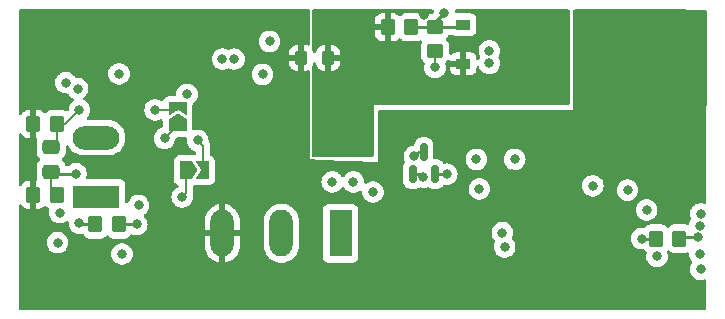
<source format=gbr>
%TF.GenerationSoftware,KiCad,Pcbnew,(6.0.10)*%
%TF.CreationDate,2023-01-27T02:02:34-05:00*%
%TF.ProjectId,sensor-board,73656e73-6f72-42d6-926f-6172642e6b69,rev?*%
%TF.SameCoordinates,Original*%
%TF.FileFunction,Copper,L4,Bot*%
%TF.FilePolarity,Positive*%
%FSLAX46Y46*%
G04 Gerber Fmt 4.6, Leading zero omitted, Abs format (unit mm)*
G04 Created by KiCad (PCBNEW (6.0.10)) date 2023-01-27 02:02:34*
%MOMM*%
%LPD*%
G01*
G04 APERTURE LIST*
G04 Aperture macros list*
%AMRoundRect*
0 Rectangle with rounded corners*
0 $1 Rounding radius*
0 $2 $3 $4 $5 $6 $7 $8 $9 X,Y pos of 4 corners*
0 Add a 4 corners polygon primitive as box body*
4,1,4,$2,$3,$4,$5,$6,$7,$8,$9,$2,$3,0*
0 Add four circle primitives for the rounded corners*
1,1,$1+$1,$2,$3*
1,1,$1+$1,$4,$5*
1,1,$1+$1,$6,$7*
1,1,$1+$1,$8,$9*
0 Add four rect primitives between the rounded corners*
20,1,$1+$1,$2,$3,$4,$5,0*
20,1,$1+$1,$4,$5,$6,$7,0*
20,1,$1+$1,$6,$7,$8,$9,0*
20,1,$1+$1,$8,$9,$2,$3,0*%
%AMFreePoly0*
4,1,6,1.000000,0.000000,0.500000,-0.750000,-0.500000,-0.750000,-0.500000,0.750000,0.500000,0.750000,1.000000,0.000000,1.000000,0.000000,$1*%
%AMFreePoly1*
4,1,6,0.500000,-0.750000,-0.650000,-0.750000,-0.150000,0.000000,-0.650000,0.750000,0.500000,0.750000,0.500000,-0.750000,0.500000,-0.750000,$1*%
G04 Aperture macros list end*
%TA.AperFunction,ComponentPad*%
%ADD10R,1.980000X3.960000*%
%TD*%
%TA.AperFunction,ComponentPad*%
%ADD11O,1.980000X3.960000*%
%TD*%
%TA.AperFunction,ComponentPad*%
%ADD12R,3.960000X1.980000*%
%TD*%
%TA.AperFunction,ComponentPad*%
%ADD13O,3.960000X1.980000*%
%TD*%
%TA.AperFunction,SMDPad,CuDef*%
%ADD14FreePoly0,90.000000*%
%TD*%
%TA.AperFunction,SMDPad,CuDef*%
%ADD15FreePoly1,90.000000*%
%TD*%
%TA.AperFunction,SMDPad,CuDef*%
%ADD16RoundRect,0.250000X-0.350000X-0.450000X0.350000X-0.450000X0.350000X0.450000X-0.350000X0.450000X0*%
%TD*%
%TA.AperFunction,SMDPad,CuDef*%
%ADD17RoundRect,0.250000X0.450000X-0.350000X0.450000X0.350000X-0.450000X0.350000X-0.450000X-0.350000X0*%
%TD*%
%TA.AperFunction,SMDPad,CuDef*%
%ADD18RoundRect,0.250000X0.475000X-0.337500X0.475000X0.337500X-0.475000X0.337500X-0.475000X-0.337500X0*%
%TD*%
%TA.AperFunction,SMDPad,CuDef*%
%ADD19RoundRect,0.250000X0.350000X0.450000X-0.350000X0.450000X-0.350000X-0.450000X0.350000X-0.450000X0*%
%TD*%
%TA.AperFunction,SMDPad,CuDef*%
%ADD20R,1.200000X0.900000*%
%TD*%
%TA.AperFunction,SMDPad,CuDef*%
%ADD21FreePoly0,0.000000*%
%TD*%
%TA.AperFunction,SMDPad,CuDef*%
%ADD22FreePoly1,0.000000*%
%TD*%
%TA.AperFunction,SMDPad,CuDef*%
%ADD23RoundRect,0.150000X0.150000X-0.587500X0.150000X0.587500X-0.150000X0.587500X-0.150000X-0.587500X0*%
%TD*%
%TA.AperFunction,SMDPad,CuDef*%
%ADD24RoundRect,0.250000X-0.275000X-0.350000X0.275000X-0.350000X0.275000X0.350000X-0.275000X0.350000X0*%
%TD*%
%TA.AperFunction,ViaPad*%
%ADD25C,0.800000*%
%TD*%
%TA.AperFunction,Conductor*%
%ADD26C,0.250000*%
%TD*%
%TA.AperFunction,Conductor*%
%ADD27C,0.200000*%
%TD*%
G04 APERTURE END LIST*
D10*
%TO.P,J3,1,Pin_1*%
%TO.N,+3V3*%
X103000000Y-144250000D03*
D11*
%TO.P,J3,2,Pin_2*%
%TO.N,DQ*%
X98000000Y-144250000D03*
%TO.P,J3,3,Pin_3*%
%TO.N,GND*%
X93000000Y-144250000D03*
%TD*%
D12*
%TO.P,J4,1,Pin_1*%
%TO.N,VIN+*%
X82300000Y-141165000D03*
D13*
%TO.P,J4,2,Pin_2*%
%TO.N,VIN-*%
X82300000Y-136165000D03*
%TD*%
D14*
%TO.P,JP4,1,A*%
%TO.N,VIN-*%
X89200000Y-135125000D03*
D15*
%TO.P,JP4,2,B*%
%TO.N,Net-(C4-Pad2)*%
X89200000Y-133675000D03*
%TD*%
D16*
%TO.P,R3,1*%
%TO.N,+3V3*%
X129700000Y-144700000D03*
%TO.P,R3,2*%
%TO.N,Net-(R3-Pad2)*%
X131700000Y-144700000D03*
%TD*%
D17*
%TO.P,R4,1*%
%TO.N,VIN+*%
X111000000Y-128800000D03*
%TO.P,R4,2*%
%TO.N,Net-(D3-Pad1)*%
X111000000Y-126800000D03*
%TD*%
D18*
%TO.P,C4,1*%
%TO.N,Net-(C4-Pad1)*%
X78500000Y-139037500D03*
%TO.P,C4,2*%
%TO.N,Net-(C4-Pad2)*%
X78500000Y-136962500D03*
%TD*%
D19*
%TO.P,R10,1*%
%TO.N,Net-(C4-Pad1)*%
X79000000Y-141000000D03*
%TO.P,R10,2*%
%TO.N,GND*%
X77000000Y-141000000D03*
%TD*%
D20*
%TO.P,D3,1,K*%
%TO.N,Net-(D3-Pad1)*%
X113400000Y-126600000D03*
%TO.P,D3,2,A*%
%TO.N,GNDA*%
X113400000Y-129900000D03*
%TD*%
D19*
%TO.P,R11,1*%
%TO.N,Net-(C4-Pad2)*%
X79000000Y-135000000D03*
%TO.P,R11,2*%
%TO.N,GND*%
X77000000Y-135000000D03*
%TD*%
D21*
%TO.P,JP3,1,A*%
%TO.N,VIN+*%
X89900000Y-138900000D03*
D22*
%TO.P,JP3,2,B*%
%TO.N,Net-(C4-Pad1)*%
X91350000Y-138900000D03*
%TD*%
D19*
%TO.P,R9,1*%
%TO.N,+3V3*%
X84250000Y-143500000D03*
%TO.P,R9,2*%
%TO.N,Net-(C4-Pad1)*%
X82250000Y-143500000D03*
%TD*%
D23*
%TO.P,Q1,1,G*%
%TO.N,PCTLZ*%
X111000000Y-139250000D03*
%TO.P,Q1,2,S*%
%TO.N,+3V3*%
X109100000Y-139250000D03*
%TO.P,Q1,3,D*%
%TO.N,DQ*%
X110050000Y-137375000D03*
%TD*%
D19*
%TO.P,R6,1*%
%TO.N,Net-(D3-Pad1)*%
X109000000Y-126800000D03*
%TO.P,R6,2*%
%TO.N,GNDA*%
X107000000Y-126800000D03*
%TD*%
D24*
%TO.P,L1,1*%
%TO.N,GND*%
X99650000Y-129400000D03*
%TO.P,L1,2*%
%TO.N,GNDA*%
X101950000Y-129400000D03*
%TD*%
D25*
%TO.N,+3V3*%
X128500000Y-144700000D03*
X110000000Y-139500000D03*
X85750000Y-143500000D03*
%TO.N,GND*%
X78000000Y-131000000D03*
X117500000Y-139250000D03*
X106250000Y-139250000D03*
X124700000Y-127400000D03*
X88250000Y-131000000D03*
X91400000Y-126000000D03*
X81500000Y-145724500D03*
X94250000Y-133250000D03*
X123900000Y-149100000D03*
%TO.N,VIN+*%
X89600000Y-141175500D03*
X111000000Y-130200000D03*
X102300000Y-139900000D03*
X116900000Y-145400000D03*
%TO.N,VIN-*%
X104100000Y-139900000D03*
X116700000Y-144200000D03*
X88100000Y-136200000D03*
%TO.N,GNDA*%
X117200000Y-131700000D03*
X102000000Y-128000000D03*
X105000000Y-130800000D03*
X110085493Y-125738744D03*
X118000000Y-126600000D03*
X109600000Y-131600000D03*
%TO.N,Net-(C4-Pad1)*%
X90000000Y-132500000D03*
X80900000Y-143400000D03*
X80600000Y-139200000D03*
X90912299Y-136387701D03*
%TO.N,SDA*%
X115600000Y-129850499D03*
X93000000Y-129500000D03*
X133510377Y-142606611D03*
X114750000Y-140500000D03*
X79050000Y-145050000D03*
X79750000Y-131500000D03*
X84500000Y-146000000D03*
%TO.N,SCL*%
X85900000Y-141900000D03*
X80750000Y-132000000D03*
X133400000Y-143600000D03*
X84250000Y-130750000D03*
X79250000Y-142500000D03*
X94000000Y-129500000D03*
X105750000Y-140750000D03*
X115600000Y-128800000D03*
%TO.N,DQ*%
X109250000Y-137750000D03*
%TO.N,Net-(JP2-Pad2)*%
X114500000Y-138000000D03*
X117750000Y-138000000D03*
%TO.N,Net-(C4-Pad2)*%
X80900000Y-133800000D03*
X87300000Y-133800000D03*
%TO.N,PCTLZ*%
X112000000Y-139250000D03*
%TO.N,Net-(D3-Pad1)*%
X111800000Y-125600000D03*
%TO.N,A0*%
X133500000Y-147300000D03*
X128924937Y-142275063D03*
%TO.N,A1*%
X127300000Y-140600000D03*
X133400000Y-146000000D03*
%TO.N,A2*%
X129800000Y-146200000D03*
X124368369Y-140231631D03*
%TO.N,Net-(R12-Pad2)*%
X97000000Y-128000000D03*
X96400000Y-130800000D03*
%TO.N,Net-(R3-Pad2)*%
X133300000Y-144600000D03*
%TD*%
D26*
%TO.N,+3V3*%
X84250000Y-143500000D02*
X85750000Y-143500000D01*
X129700000Y-144700000D02*
X128500000Y-144700000D01*
X109750000Y-139250000D02*
X110000000Y-139500000D01*
X109100000Y-139250000D02*
X109750000Y-139250000D01*
D27*
%TO.N,VIN+*%
X89600000Y-141175500D02*
X89900000Y-140875500D01*
X111000000Y-130200000D02*
X111000000Y-128800000D01*
X89900000Y-140875500D02*
X89900000Y-138900000D01*
%TO.N,VIN-*%
X88100000Y-136150000D02*
X89200000Y-135050000D01*
X88100000Y-136200000D02*
X88100000Y-136150000D01*
%TO.N,Net-(C4-Pad1)*%
X90912299Y-136387701D02*
X91350000Y-136825402D01*
X79000000Y-141000000D02*
X79250000Y-141250000D01*
D26*
X81000000Y-143500000D02*
X80900000Y-143400000D01*
X80600000Y-139200000D02*
X78662500Y-139200000D01*
X82250000Y-143500000D02*
X81000000Y-143500000D01*
D27*
X78500000Y-139037500D02*
X78500000Y-140500000D01*
X91350000Y-136825402D02*
X91350000Y-138900000D01*
X78500000Y-140500000D02*
X79000000Y-141000000D01*
D26*
X78662500Y-139200000D02*
X78500000Y-139037500D01*
%TO.N,DQ*%
X109625000Y-137375000D02*
X109250000Y-137750000D01*
X110050000Y-137375000D02*
X109625000Y-137375000D01*
D27*
%TO.N,Net-(C4-Pad2)*%
X79000000Y-136462500D02*
X78500000Y-136962500D01*
X79000000Y-135000000D02*
X79000000Y-136462500D01*
X87300000Y-133800000D02*
X89150000Y-133800000D01*
X89150000Y-133800000D02*
X89200000Y-133750000D01*
X79700000Y-135000000D02*
X80900000Y-133800000D01*
X79000000Y-135000000D02*
X79700000Y-135000000D01*
D26*
%TO.N,PCTLZ*%
X111000000Y-139250000D02*
X112000000Y-139250000D01*
%TO.N,Net-(D3-Pad1)*%
X111000000Y-126400000D02*
X111800000Y-125600000D01*
X111000000Y-126800000D02*
X111000000Y-126400000D01*
X113200000Y-126800000D02*
X113400000Y-126600000D01*
X111000000Y-126800000D02*
X113200000Y-126800000D01*
X109000000Y-126800000D02*
X111000000Y-126800000D01*
%TO.N,Net-(R3-Pad2)*%
X131800000Y-144600000D02*
X131700000Y-144700000D01*
X133300000Y-144600000D02*
X131800000Y-144600000D01*
%TD*%
%TA.AperFunction,Conductor*%
%TO.N,GND*%
G36*
X87495915Y-125268834D02*
G01*
X100274106Y-125279618D01*
X100342210Y-125299678D01*
X100388658Y-125353372D01*
X100400000Y-125405618D01*
X100400000Y-128234373D01*
X100379998Y-128302494D01*
X100326342Y-128348987D01*
X100256068Y-128359091D01*
X100234332Y-128353966D01*
X100086290Y-128304862D01*
X100072914Y-128301995D01*
X99978562Y-128292328D01*
X99972145Y-128292000D01*
X99922115Y-128292000D01*
X99906876Y-128296475D01*
X99905671Y-128297865D01*
X99904000Y-128305548D01*
X99904000Y-130489884D01*
X99908475Y-130505123D01*
X99909865Y-130506328D01*
X99917548Y-130507999D01*
X99972095Y-130507999D01*
X99978614Y-130507662D01*
X100074206Y-130497743D01*
X100087603Y-130494850D01*
X100234125Y-130445968D01*
X100305074Y-130443384D01*
X100366158Y-130479568D01*
X100397982Y-130543033D01*
X100400000Y-130565492D01*
X100400000Y-138000000D01*
X101268637Y-138029953D01*
X106181894Y-138199376D01*
X106181895Y-138199376D01*
X106200000Y-138200000D01*
X106200000Y-133926000D01*
X106220002Y-133857879D01*
X106273658Y-133811386D01*
X106326000Y-133800000D01*
X122700000Y-133800000D01*
X122700000Y-125424648D01*
X122720002Y-125356527D01*
X122773658Y-125310034D01*
X122826102Y-125298649D01*
X130741819Y-125305329D01*
X133865188Y-125307965D01*
X133933292Y-125328025D01*
X133979740Y-125381719D01*
X133991082Y-125434048D01*
X133980428Y-141627474D01*
X133960381Y-141695581D01*
X133906695Y-141742039D01*
X133836414Y-141752097D01*
X133803180Y-141742498D01*
X133798700Y-141740504D01*
X133792665Y-141737817D01*
X133693012Y-141716635D01*
X133612321Y-141699483D01*
X133612316Y-141699483D01*
X133605864Y-141698111D01*
X133414890Y-141698111D01*
X133408438Y-141699483D01*
X133408433Y-141699483D01*
X133327742Y-141716635D01*
X133228089Y-141737817D01*
X133222059Y-141740502D01*
X133222058Y-141740502D01*
X133059655Y-141812808D01*
X133059653Y-141812809D01*
X133053625Y-141815493D01*
X133048284Y-141819373D01*
X133048283Y-141819374D01*
X133000121Y-141854366D01*
X132899124Y-141927745D01*
X132894703Y-141932655D01*
X132894702Y-141932656D01*
X132786213Y-142053146D01*
X132771337Y-142069667D01*
X132734856Y-142132854D01*
X132691660Y-142207672D01*
X132675850Y-142235055D01*
X132616835Y-142416683D01*
X132616145Y-142423244D01*
X132616145Y-142423246D01*
X132613260Y-142450695D01*
X132596873Y-142606611D01*
X132597563Y-142613176D01*
X132614119Y-142770694D01*
X132616835Y-142796539D01*
X132638448Y-142863056D01*
X132670802Y-142962631D01*
X132672830Y-143033598D01*
X132660089Y-143064565D01*
X132613517Y-143145229D01*
X132584813Y-143194947D01*
X132565473Y-143228444D01*
X132506458Y-143410072D01*
X132505768Y-143416633D01*
X132505768Y-143416635D01*
X132503307Y-143440051D01*
X132476293Y-143505708D01*
X132418071Y-143546337D01*
X132347126Y-143549040D01*
X132338351Y-143546480D01*
X132204861Y-143502203D01*
X132198025Y-143501503D01*
X132198022Y-143501502D01*
X132154969Y-143497091D01*
X132100400Y-143491500D01*
X131299600Y-143491500D01*
X131296354Y-143491837D01*
X131296350Y-143491837D01*
X131200692Y-143501762D01*
X131200688Y-143501763D01*
X131193834Y-143502474D01*
X131187298Y-143504655D01*
X131187296Y-143504655D01*
X131149542Y-143517251D01*
X131026054Y-143558450D01*
X130875652Y-143651522D01*
X130843865Y-143683365D01*
X130789216Y-143738109D01*
X130726934Y-143772188D01*
X130656114Y-143767185D01*
X130611025Y-143738264D01*
X130528483Y-143655866D01*
X130523303Y-143650695D01*
X130414074Y-143583365D01*
X130378968Y-143561725D01*
X130378966Y-143561724D01*
X130372738Y-143557885D01*
X130250230Y-143517251D01*
X130211389Y-143504368D01*
X130211387Y-143504368D01*
X130204861Y-143502203D01*
X130198025Y-143501503D01*
X130198022Y-143501502D01*
X130154969Y-143497091D01*
X130100400Y-143491500D01*
X129299600Y-143491500D01*
X129296354Y-143491837D01*
X129296350Y-143491837D01*
X129200692Y-143501762D01*
X129200688Y-143501763D01*
X129193834Y-143502474D01*
X129187298Y-143504655D01*
X129187296Y-143504655D01*
X129149542Y-143517251D01*
X129026054Y-143558450D01*
X128875652Y-143651522D01*
X128870479Y-143656704D01*
X128759719Y-143767657D01*
X128697436Y-143801736D01*
X128644349Y-143801886D01*
X128601944Y-143792872D01*
X128601939Y-143792872D01*
X128595487Y-143791500D01*
X128404513Y-143791500D01*
X128398061Y-143792872D01*
X128398056Y-143792872D01*
X128311112Y-143811353D01*
X128217712Y-143831206D01*
X128211682Y-143833891D01*
X128211681Y-143833891D01*
X128049278Y-143906197D01*
X128049276Y-143906198D01*
X128043248Y-143908882D01*
X127888747Y-144021134D01*
X127760960Y-144163056D01*
X127665473Y-144328444D01*
X127606458Y-144510072D01*
X127605768Y-144516633D01*
X127605768Y-144516635D01*
X127592983Y-144638275D01*
X127586496Y-144700000D01*
X127587186Y-144706565D01*
X127604235Y-144868774D01*
X127606458Y-144889928D01*
X127665473Y-145071556D01*
X127760960Y-145236944D01*
X127765378Y-145241851D01*
X127765379Y-145241852D01*
X127841187Y-145326045D01*
X127888747Y-145378866D01*
X127938854Y-145415271D01*
X128035630Y-145485583D01*
X128043248Y-145491118D01*
X128049276Y-145493802D01*
X128049278Y-145493803D01*
X128211681Y-145566109D01*
X128217712Y-145568794D01*
X128286263Y-145583365D01*
X128398056Y-145607128D01*
X128398061Y-145607128D01*
X128404513Y-145608500D01*
X128595487Y-145608500D01*
X128601939Y-145607128D01*
X128601944Y-145607128D01*
X128644194Y-145598147D01*
X128714985Y-145603549D01*
X128759408Y-145632221D01*
X128876697Y-145749305D01*
X128882927Y-145753145D01*
X128882928Y-145753146D01*
X128887753Y-145756120D01*
X128935246Y-145808892D01*
X128946670Y-145878964D01*
X128941470Y-145902316D01*
X128936116Y-145918794D01*
X128906458Y-146010072D01*
X128905768Y-146016633D01*
X128905768Y-146016635D01*
X128898819Y-146082749D01*
X128886496Y-146200000D01*
X128887186Y-146206565D01*
X128905129Y-146377279D01*
X128906458Y-146389928D01*
X128965473Y-146571556D01*
X128968776Y-146577278D01*
X128968777Y-146577279D01*
X128996991Y-146626147D01*
X129060960Y-146736944D01*
X129065378Y-146741851D01*
X129065379Y-146741852D01*
X129179678Y-146868794D01*
X129188747Y-146878866D01*
X129343248Y-146991118D01*
X129349276Y-146993802D01*
X129349278Y-146993803D01*
X129511681Y-147066109D01*
X129517712Y-147068794D01*
X129611112Y-147088647D01*
X129698056Y-147107128D01*
X129698061Y-147107128D01*
X129704513Y-147108500D01*
X129895487Y-147108500D01*
X129901939Y-147107128D01*
X129901944Y-147107128D01*
X129988888Y-147088647D01*
X130082288Y-147068794D01*
X130088319Y-147066109D01*
X130250722Y-146993803D01*
X130250724Y-146993802D01*
X130256752Y-146991118D01*
X130411253Y-146878866D01*
X130420322Y-146868794D01*
X130534621Y-146741852D01*
X130534622Y-146741851D01*
X130539040Y-146736944D01*
X130603009Y-146626147D01*
X130631223Y-146577279D01*
X130631224Y-146577278D01*
X130634527Y-146571556D01*
X130693542Y-146389928D01*
X130694872Y-146377279D01*
X130712814Y-146206565D01*
X130713504Y-146200000D01*
X130701181Y-146082749D01*
X130694232Y-146016635D01*
X130694232Y-146016633D01*
X130693542Y-146010072D01*
X130663884Y-145918794D01*
X130642082Y-145851694D01*
X130640055Y-145780726D01*
X130676717Y-145719929D01*
X130740429Y-145688603D01*
X130810963Y-145696696D01*
X130850931Y-145723584D01*
X130876697Y-145749305D01*
X130882927Y-145753145D01*
X130882928Y-145753146D01*
X131005084Y-145828444D01*
X131027262Y-145842115D01*
X131056142Y-145851694D01*
X131188611Y-145895632D01*
X131188613Y-145895632D01*
X131195139Y-145897797D01*
X131201975Y-145898497D01*
X131201978Y-145898498D01*
X131239244Y-145902316D01*
X131299600Y-145908500D01*
X132100400Y-145908500D01*
X132103646Y-145908163D01*
X132103650Y-145908163D01*
X132199308Y-145898238D01*
X132199312Y-145898237D01*
X132206166Y-145897526D01*
X132212702Y-145895345D01*
X132212704Y-145895345D01*
X132322203Y-145858813D01*
X132393152Y-145856229D01*
X132454236Y-145892412D01*
X132486061Y-145955877D01*
X132487388Y-145991513D01*
X132486496Y-146000000D01*
X132487186Y-146006565D01*
X132505592Y-146181684D01*
X132506458Y-146189928D01*
X132565473Y-146371556D01*
X132660960Y-146536944D01*
X132740180Y-146624926D01*
X132770895Y-146688931D01*
X132762132Y-146759384D01*
X132755661Y-146772234D01*
X132665473Y-146928444D01*
X132606458Y-147110072D01*
X132586496Y-147300000D01*
X132606458Y-147489928D01*
X132665473Y-147671556D01*
X132760960Y-147836944D01*
X132888747Y-147978866D01*
X133043248Y-148091118D01*
X133049276Y-148093802D01*
X133049278Y-148093803D01*
X133211679Y-148166108D01*
X133217712Y-148168794D01*
X133311113Y-148188647D01*
X133398056Y-148207128D01*
X133398061Y-148207128D01*
X133404513Y-148208500D01*
X133595487Y-148208500D01*
X133601939Y-148207128D01*
X133601944Y-148207128D01*
X133688887Y-148188647D01*
X133782288Y-148168794D01*
X133788315Y-148166111D01*
X133788323Y-148166108D01*
X133798804Y-148161441D01*
X133869171Y-148152006D01*
X133933468Y-148182112D01*
X133971282Y-148242200D01*
X133976054Y-148276630D01*
X133974519Y-150609101D01*
X133954472Y-150677208D01*
X133900786Y-150723666D01*
X133848533Y-150735018D01*
X102176187Y-150738522D01*
X75884514Y-150741430D01*
X75816391Y-150721435D01*
X75769892Y-150667785D01*
X75758500Y-150615430D01*
X75758500Y-146000000D01*
X83586496Y-146000000D01*
X83587186Y-146006565D01*
X83605592Y-146181684D01*
X83606458Y-146189928D01*
X83665473Y-146371556D01*
X83760960Y-146536944D01*
X83765375Y-146541847D01*
X83765379Y-146541852D01*
X83884325Y-146673955D01*
X83888747Y-146678866D01*
X83987843Y-146750864D01*
X84017257Y-146772234D01*
X84043248Y-146791118D01*
X84049276Y-146793802D01*
X84049278Y-146793803D01*
X84211681Y-146866109D01*
X84217712Y-146868794D01*
X84283365Y-146882749D01*
X84398056Y-146907128D01*
X84398061Y-146907128D01*
X84404513Y-146908500D01*
X84595487Y-146908500D01*
X84601939Y-146907128D01*
X84601944Y-146907128D01*
X84716635Y-146882749D01*
X84782288Y-146868794D01*
X84788319Y-146866109D01*
X84950722Y-146793803D01*
X84950724Y-146793802D01*
X84956752Y-146791118D01*
X84982744Y-146772234D01*
X85012157Y-146750864D01*
X85111253Y-146678866D01*
X85115675Y-146673955D01*
X85234621Y-146541852D01*
X85234625Y-146541847D01*
X85239040Y-146536944D01*
X85334527Y-146371556D01*
X85393542Y-146189928D01*
X85394409Y-146181684D01*
X85412814Y-146006565D01*
X85413504Y-146000000D01*
X85407782Y-145945557D01*
X85394232Y-145816635D01*
X85394232Y-145816633D01*
X85393542Y-145810072D01*
X85334527Y-145628444D01*
X85239040Y-145463056D01*
X85111253Y-145321134D01*
X85081968Y-145299857D01*
X91502000Y-145299857D01*
X91502212Y-145305030D01*
X91516626Y-145480350D01*
X91518309Y-145490512D01*
X91575800Y-145719396D01*
X91579121Y-145729151D01*
X91673218Y-145945557D01*
X91678096Y-145954655D01*
X91806273Y-146152787D01*
X91812563Y-146160956D01*
X91971387Y-146335501D01*
X91978920Y-146342526D01*
X92164120Y-146488787D01*
X92172707Y-146494492D01*
X92379297Y-146608536D01*
X92388709Y-146612766D01*
X92611156Y-146691539D01*
X92621127Y-146694173D01*
X92728163Y-146713239D01*
X92741460Y-146711779D01*
X92745591Y-146698534D01*
X93254000Y-146698534D01*
X93257918Y-146711878D01*
X93272194Y-146713865D01*
X93343236Y-146702994D01*
X93353263Y-146700605D01*
X93577570Y-146627291D01*
X93587079Y-146623294D01*
X93796395Y-146514331D01*
X93805120Y-146508837D01*
X93993835Y-146367146D01*
X94001542Y-146360303D01*
X94164584Y-146189690D01*
X94171067Y-146181684D01*
X94304057Y-145986726D01*
X94309143Y-145977774D01*
X94408506Y-145763715D01*
X94412060Y-145754055D01*
X94475130Y-145526631D01*
X94477057Y-145516527D01*
X94497644Y-145323898D01*
X94498000Y-145317206D01*
X94498000Y-145302469D01*
X96501500Y-145302469D01*
X96501711Y-145305030D01*
X96501712Y-145305053D01*
X96516131Y-145480432D01*
X96516132Y-145480438D01*
X96516555Y-145485583D01*
X96543248Y-145591852D01*
X96572385Y-145707852D01*
X96576584Y-145724570D01*
X96578642Y-145729303D01*
X96578643Y-145729306D01*
X96672672Y-145945557D01*
X96674840Y-145950544D01*
X96677644Y-145954878D01*
X96677646Y-145954882D01*
X96805874Y-146153092D01*
X96805879Y-146153098D01*
X96808685Y-146157436D01*
X96812165Y-146161261D01*
X96812167Y-146161263D01*
X96834921Y-146186269D01*
X96974523Y-146339690D01*
X96978574Y-146342889D01*
X96978578Y-146342893D01*
X97046085Y-146396206D01*
X97167901Y-146492410D01*
X97248574Y-146536944D01*
X97350591Y-146593261D01*
X97383625Y-146611497D01*
X97615903Y-146693750D01*
X97620995Y-146694657D01*
X97853407Y-146736057D01*
X97853411Y-146736057D01*
X97858495Y-146736963D01*
X97937914Y-146737933D01*
X98099718Y-146739910D01*
X98099720Y-146739910D01*
X98104888Y-146739973D01*
X98348464Y-146702701D01*
X98582682Y-146626147D01*
X98587270Y-146623759D01*
X98587274Y-146623757D01*
X98796663Y-146514756D01*
X98796664Y-146514755D01*
X98801252Y-146512367D01*
X98805385Y-146509264D01*
X98805388Y-146509262D01*
X98994168Y-146367521D01*
X98994170Y-146367519D01*
X98998303Y-146364416D01*
X99080756Y-146278134D01*
X101501500Y-146278134D01*
X101508255Y-146340316D01*
X101559385Y-146476705D01*
X101646739Y-146593261D01*
X101763295Y-146680615D01*
X101899684Y-146731745D01*
X101961866Y-146738500D01*
X104038134Y-146738500D01*
X104100316Y-146731745D01*
X104236705Y-146680615D01*
X104353261Y-146593261D01*
X104440615Y-146476705D01*
X104491745Y-146340316D01*
X104498500Y-146278134D01*
X104498500Y-144200000D01*
X115786496Y-144200000D01*
X115787186Y-144206565D01*
X115804483Y-144371134D01*
X115806458Y-144389928D01*
X115865473Y-144571556D01*
X115960960Y-144736944D01*
X115965378Y-144741851D01*
X115965379Y-144741852D01*
X116065930Y-144853525D01*
X116096647Y-144917532D01*
X116087883Y-144987986D01*
X116081412Y-145000837D01*
X116065473Y-145028444D01*
X116006458Y-145210072D01*
X116005768Y-145216633D01*
X116005768Y-145216635D01*
X115994491Y-145323929D01*
X115986496Y-145400000D01*
X115987186Y-145406565D01*
X116003955Y-145566109D01*
X116006458Y-145589928D01*
X116065473Y-145771556D01*
X116160960Y-145936944D01*
X116165378Y-145941851D01*
X116165379Y-145941852D01*
X116202167Y-145982709D01*
X116288747Y-146078866D01*
X116387843Y-146150864D01*
X116430693Y-146181996D01*
X116443248Y-146191118D01*
X116449276Y-146193802D01*
X116449278Y-146193803D01*
X116611681Y-146266109D01*
X116617712Y-146268794D01*
X116677635Y-146281531D01*
X116798056Y-146307128D01*
X116798061Y-146307128D01*
X116804513Y-146308500D01*
X116995487Y-146308500D01*
X117001939Y-146307128D01*
X117001944Y-146307128D01*
X117122365Y-146281531D01*
X117182288Y-146268794D01*
X117188319Y-146266109D01*
X117350722Y-146193803D01*
X117350724Y-146193802D01*
X117356752Y-146191118D01*
X117369308Y-146181996D01*
X117412157Y-146150864D01*
X117511253Y-146078866D01*
X117597833Y-145982709D01*
X117634621Y-145941852D01*
X117634622Y-145941851D01*
X117639040Y-145936944D01*
X117734527Y-145771556D01*
X117793542Y-145589928D01*
X117796046Y-145566109D01*
X117812814Y-145406565D01*
X117813504Y-145400000D01*
X117805509Y-145323929D01*
X117794232Y-145216635D01*
X117794232Y-145216633D01*
X117793542Y-145210072D01*
X117734527Y-145028444D01*
X117639040Y-144863056D01*
X117630701Y-144853794D01*
X117534070Y-144746475D01*
X117503353Y-144682468D01*
X117512117Y-144612014D01*
X117518588Y-144599163D01*
X117531227Y-144577272D01*
X117531228Y-144577271D01*
X117534527Y-144571556D01*
X117593542Y-144389928D01*
X117595518Y-144371134D01*
X117612814Y-144206565D01*
X117613504Y-144200000D01*
X117611529Y-144181206D01*
X117594232Y-144016635D01*
X117594232Y-144016633D01*
X117593542Y-144010072D01*
X117534527Y-143828444D01*
X117513990Y-143792872D01*
X117458179Y-143696206D01*
X117439040Y-143663056D01*
X117348325Y-143562306D01*
X117315675Y-143526045D01*
X117315674Y-143526044D01*
X117311253Y-143521134D01*
X117156752Y-143408882D01*
X117150724Y-143406198D01*
X117150722Y-143406197D01*
X116988319Y-143333891D01*
X116988318Y-143333891D01*
X116982288Y-143331206D01*
X116882861Y-143310072D01*
X116801944Y-143292872D01*
X116801939Y-143292872D01*
X116795487Y-143291500D01*
X116604513Y-143291500D01*
X116598061Y-143292872D01*
X116598056Y-143292872D01*
X116517139Y-143310072D01*
X116417712Y-143331206D01*
X116411682Y-143333891D01*
X116411681Y-143333891D01*
X116249278Y-143406197D01*
X116249276Y-143406198D01*
X116243248Y-143408882D01*
X116088747Y-143521134D01*
X116084326Y-143526044D01*
X116084325Y-143526045D01*
X116051676Y-143562306D01*
X115960960Y-143663056D01*
X115941821Y-143696206D01*
X115886011Y-143792872D01*
X115865473Y-143828444D01*
X115806458Y-144010072D01*
X115805768Y-144016633D01*
X115805768Y-144016635D01*
X115788471Y-144181206D01*
X115786496Y-144200000D01*
X104498500Y-144200000D01*
X104498500Y-142275063D01*
X128011433Y-142275063D01*
X128012123Y-142281628D01*
X128018528Y-142342564D01*
X128031395Y-142464991D01*
X128090410Y-142646619D01*
X128093713Y-142652341D01*
X128093714Y-142652342D01*
X128119039Y-142696206D01*
X128185897Y-142812007D01*
X128190315Y-142816914D01*
X128190316Y-142816915D01*
X128231862Y-142863056D01*
X128313684Y-142953929D01*
X128354348Y-142983473D01*
X128423339Y-143033598D01*
X128468185Y-143066181D01*
X128474213Y-143068865D01*
X128474215Y-143068866D01*
X128622147Y-143134729D01*
X128642649Y-143143857D01*
X128736050Y-143163710D01*
X128822993Y-143182191D01*
X128822998Y-143182191D01*
X128829450Y-143183563D01*
X129020424Y-143183563D01*
X129026876Y-143182191D01*
X129026881Y-143182191D01*
X129113824Y-143163710D01*
X129207225Y-143143857D01*
X129227727Y-143134729D01*
X129375659Y-143068866D01*
X129375661Y-143068865D01*
X129381689Y-143066181D01*
X129426536Y-143033598D01*
X129495526Y-142983473D01*
X129536190Y-142953929D01*
X129618012Y-142863056D01*
X129659558Y-142816915D01*
X129659559Y-142816914D01*
X129663977Y-142812007D01*
X129730835Y-142696206D01*
X129756160Y-142652342D01*
X129756161Y-142652341D01*
X129759464Y-142646619D01*
X129818479Y-142464991D01*
X129831347Y-142342564D01*
X129837751Y-142281628D01*
X129838441Y-142275063D01*
X129832493Y-142218469D01*
X129819169Y-142091698D01*
X129819169Y-142091696D01*
X129818479Y-142085135D01*
X129759464Y-141903507D01*
X129752246Y-141891004D01*
X129704309Y-141807976D01*
X129663977Y-141738119D01*
X129645279Y-141717352D01*
X129540612Y-141601108D01*
X129540611Y-141601107D01*
X129536190Y-141596197D01*
X129381689Y-141483945D01*
X129375661Y-141481261D01*
X129375659Y-141481260D01*
X129213256Y-141408954D01*
X129213255Y-141408954D01*
X129207225Y-141406269D01*
X129113825Y-141386416D01*
X129026881Y-141367935D01*
X129026876Y-141367935D01*
X129020424Y-141366563D01*
X128829450Y-141366563D01*
X128822998Y-141367935D01*
X128822993Y-141367935D01*
X128736049Y-141386416D01*
X128642649Y-141406269D01*
X128636619Y-141408954D01*
X128636618Y-141408954D01*
X128474215Y-141481260D01*
X128474213Y-141481261D01*
X128468185Y-141483945D01*
X128313684Y-141596197D01*
X128309263Y-141601107D01*
X128309262Y-141601108D01*
X128204596Y-141717352D01*
X128185897Y-141738119D01*
X128145565Y-141807976D01*
X128097629Y-141891004D01*
X128090410Y-141903507D01*
X128031395Y-142085135D01*
X128030705Y-142091696D01*
X128030705Y-142091698D01*
X128017381Y-142218469D01*
X128011433Y-142275063D01*
X104498500Y-142275063D01*
X104498500Y-142221866D01*
X104491745Y-142159684D01*
X104440615Y-142023295D01*
X104353261Y-141906739D01*
X104236705Y-141819385D01*
X104100316Y-141768255D01*
X104038134Y-141761500D01*
X101961866Y-141761500D01*
X101899684Y-141768255D01*
X101763295Y-141819385D01*
X101646739Y-141906739D01*
X101559385Y-142023295D01*
X101508255Y-142159684D01*
X101501500Y-142221866D01*
X101501500Y-146278134D01*
X99080756Y-146278134D01*
X99168545Y-146186269D01*
X99185603Y-146161263D01*
X99304485Y-145986989D01*
X99304488Y-145986984D01*
X99307404Y-145982709D01*
X99309580Y-145978020D01*
X99309584Y-145978014D01*
X99408975Y-145763894D01*
X99408977Y-145763889D01*
X99411152Y-145759203D01*
X99414127Y-145748478D01*
X99475623Y-145526726D01*
X99475623Y-145526725D01*
X99477002Y-145521753D01*
X99490014Y-145400000D01*
X99498144Y-145323929D01*
X99498144Y-145323921D01*
X99498500Y-145320594D01*
X99498500Y-143197531D01*
X99497352Y-143183563D01*
X99483869Y-143019568D01*
X99483868Y-143019562D01*
X99483445Y-143014417D01*
X99433836Y-142816915D01*
X99424675Y-142780441D01*
X99424674Y-142780437D01*
X99423416Y-142775430D01*
X99410596Y-142745945D01*
X99327220Y-142554193D01*
X99327218Y-142554190D01*
X99325160Y-142549456D01*
X99307389Y-142521986D01*
X99194126Y-142346908D01*
X99194121Y-142346902D01*
X99191315Y-142342564D01*
X99167722Y-142316635D01*
X99099208Y-142241340D01*
X99025477Y-142160310D01*
X99021426Y-142157111D01*
X99021422Y-142157107D01*
X98875175Y-142041609D01*
X98832099Y-142007590D01*
X98748396Y-141961383D01*
X98620906Y-141891004D01*
X98620903Y-141891003D01*
X98616375Y-141888503D01*
X98384097Y-141806250D01*
X98333847Y-141797299D01*
X98146593Y-141763943D01*
X98146589Y-141763943D01*
X98141505Y-141763037D01*
X98062086Y-141762067D01*
X97900282Y-141760090D01*
X97900280Y-141760090D01*
X97895112Y-141760027D01*
X97651536Y-141797299D01*
X97417318Y-141873853D01*
X97412730Y-141876241D01*
X97412726Y-141876243D01*
X97203337Y-141985244D01*
X97198748Y-141987633D01*
X97194615Y-141990736D01*
X97194612Y-141990738D01*
X97060147Y-142091698D01*
X97001697Y-142135584D01*
X96945441Y-142194452D01*
X96871759Y-142271556D01*
X96831455Y-142313731D01*
X96828541Y-142318003D01*
X96828540Y-142318004D01*
X96695515Y-142513011D01*
X96695512Y-142513016D01*
X96692596Y-142517291D01*
X96690420Y-142521980D01*
X96690416Y-142521986D01*
X96611908Y-142691118D01*
X96588848Y-142740797D01*
X96587468Y-142745775D01*
X96587466Y-142745779D01*
X96531104Y-142949018D01*
X96522998Y-142978247D01*
X96511604Y-143084864D01*
X96502083Y-143173955D01*
X96501500Y-143179406D01*
X96501500Y-145302469D01*
X94498000Y-145302469D01*
X94498000Y-144522115D01*
X94493525Y-144506876D01*
X94492135Y-144505671D01*
X94484452Y-144504000D01*
X93272115Y-144504000D01*
X93256876Y-144508475D01*
X93255671Y-144509865D01*
X93254000Y-144517548D01*
X93254000Y-146698534D01*
X92745591Y-146698534D01*
X92746000Y-146697222D01*
X92746000Y-144522115D01*
X92741525Y-144506876D01*
X92740135Y-144505671D01*
X92732452Y-144504000D01*
X91520115Y-144504000D01*
X91504876Y-144508475D01*
X91503671Y-144509865D01*
X91502000Y-144517548D01*
X91502000Y-145299857D01*
X85081968Y-145299857D01*
X84956752Y-145208882D01*
X84950724Y-145206198D01*
X84950722Y-145206197D01*
X84788319Y-145133891D01*
X84788318Y-145133891D01*
X84782288Y-145131206D01*
X84688888Y-145111353D01*
X84601944Y-145092872D01*
X84601939Y-145092872D01*
X84595487Y-145091500D01*
X84404513Y-145091500D01*
X84398061Y-145092872D01*
X84398056Y-145092872D01*
X84311112Y-145111353D01*
X84217712Y-145131206D01*
X84211682Y-145133891D01*
X84211681Y-145133891D01*
X84049278Y-145206197D01*
X84049276Y-145206198D01*
X84043248Y-145208882D01*
X83888747Y-145321134D01*
X83760960Y-145463056D01*
X83665473Y-145628444D01*
X83606458Y-145810072D01*
X83605768Y-145816633D01*
X83605768Y-145816635D01*
X83592218Y-145945557D01*
X83586496Y-146000000D01*
X75758500Y-146000000D01*
X75758500Y-145050000D01*
X78136496Y-145050000D01*
X78156458Y-145239928D01*
X78215473Y-145421556D01*
X78310960Y-145586944D01*
X78315378Y-145591851D01*
X78315379Y-145591852D01*
X78353986Y-145634729D01*
X78438747Y-145728866D01*
X78593248Y-145841118D01*
X78599276Y-145843802D01*
X78599278Y-145843803D01*
X78743834Y-145908163D01*
X78767712Y-145918794D01*
X78853101Y-145936944D01*
X78948056Y-145957128D01*
X78948061Y-145957128D01*
X78954513Y-145958500D01*
X79145487Y-145958500D01*
X79151939Y-145957128D01*
X79151944Y-145957128D01*
X79246899Y-145936944D01*
X79332288Y-145918794D01*
X79356166Y-145908163D01*
X79500722Y-145843803D01*
X79500724Y-145843802D01*
X79506752Y-145841118D01*
X79661253Y-145728866D01*
X79746014Y-145634729D01*
X79784621Y-145591852D01*
X79784622Y-145591851D01*
X79789040Y-145586944D01*
X79884527Y-145421556D01*
X79943542Y-145239928D01*
X79963504Y-145050000D01*
X79945990Y-144883365D01*
X79944232Y-144866635D01*
X79944232Y-144866633D01*
X79943542Y-144860072D01*
X79884527Y-144678444D01*
X79864565Y-144643868D01*
X79792341Y-144518774D01*
X79789040Y-144513056D01*
X79780701Y-144503794D01*
X79665675Y-144376045D01*
X79665674Y-144376044D01*
X79661253Y-144371134D01*
X79542513Y-144284864D01*
X79512094Y-144262763D01*
X79512093Y-144262762D01*
X79506752Y-144258882D01*
X79500724Y-144256198D01*
X79500722Y-144256197D01*
X79338319Y-144183891D01*
X79338318Y-144183891D01*
X79332288Y-144181206D01*
X79238887Y-144161353D01*
X79151944Y-144142872D01*
X79151939Y-144142872D01*
X79145487Y-144141500D01*
X78954513Y-144141500D01*
X78948061Y-144142872D01*
X78948056Y-144142872D01*
X78861113Y-144161353D01*
X78767712Y-144181206D01*
X78761682Y-144183891D01*
X78761681Y-144183891D01*
X78599278Y-144256197D01*
X78599276Y-144256198D01*
X78593248Y-144258882D01*
X78587907Y-144262762D01*
X78587906Y-144262763D01*
X78557487Y-144284864D01*
X78438747Y-144371134D01*
X78434326Y-144376044D01*
X78434325Y-144376045D01*
X78319300Y-144503794D01*
X78310960Y-144513056D01*
X78307659Y-144518774D01*
X78235436Y-144643868D01*
X78215473Y-144678444D01*
X78156458Y-144860072D01*
X78155768Y-144866633D01*
X78155768Y-144866635D01*
X78154010Y-144883365D01*
X78136496Y-145050000D01*
X75758500Y-145050000D01*
X75758500Y-141892939D01*
X75778502Y-141824818D01*
X75832158Y-141778325D01*
X75902432Y-141768221D01*
X75967012Y-141797715D01*
X75991644Y-141826636D01*
X76048063Y-141917807D01*
X76057099Y-141929208D01*
X76171829Y-142043739D01*
X76183240Y-142052751D01*
X76321243Y-142137816D01*
X76334424Y-142143963D01*
X76488710Y-142195138D01*
X76502086Y-142198005D01*
X76596438Y-142207672D01*
X76602854Y-142208000D01*
X76727885Y-142208000D01*
X76743124Y-142203525D01*
X76744329Y-142202135D01*
X76746000Y-142194452D01*
X76746000Y-142189884D01*
X77254000Y-142189884D01*
X77258475Y-142205123D01*
X77259865Y-142206328D01*
X77267548Y-142207999D01*
X77397095Y-142207999D01*
X77403614Y-142207662D01*
X77499206Y-142197743D01*
X77512600Y-142194851D01*
X77666784Y-142143412D01*
X77679962Y-142137239D01*
X77817807Y-142051937D01*
X77829208Y-142042901D01*
X77910430Y-141961538D01*
X77972713Y-141927459D01*
X78043533Y-141932462D01*
X78088620Y-141961383D01*
X78171512Y-142044130D01*
X78171517Y-142044134D01*
X78176697Y-142049305D01*
X78182927Y-142053145D01*
X78182928Y-142053146D01*
X78312723Y-142133153D01*
X78360216Y-142185925D01*
X78371640Y-142255997D01*
X78366441Y-142279347D01*
X78356458Y-142310072D01*
X78355768Y-142316633D01*
X78355768Y-142316635D01*
X78341678Y-142450695D01*
X78336496Y-142500000D01*
X78337186Y-142506565D01*
X78353389Y-142660724D01*
X78356458Y-142689928D01*
X78415473Y-142871556D01*
X78510960Y-143036944D01*
X78515378Y-143041851D01*
X78515379Y-143041852D01*
X78588194Y-143122721D01*
X78638747Y-143178866D01*
X78696233Y-143220632D01*
X78766310Y-143271546D01*
X78793248Y-143291118D01*
X78799276Y-143293802D01*
X78799278Y-143293803D01*
X78961681Y-143366109D01*
X78967712Y-143368794D01*
X79061112Y-143388647D01*
X79148056Y-143407128D01*
X79148061Y-143407128D01*
X79154513Y-143408500D01*
X79345487Y-143408500D01*
X79351939Y-143407128D01*
X79351944Y-143407128D01*
X79438888Y-143388647D01*
X79532288Y-143368794D01*
X79538319Y-143366109D01*
X79700722Y-143293803D01*
X79700724Y-143293802D01*
X79706752Y-143291118D01*
X79733691Y-143271546D01*
X79793062Y-143228410D01*
X79859930Y-143204551D01*
X79929081Y-143220632D01*
X79978561Y-143271546D01*
X79992433Y-143343515D01*
X79986496Y-143400000D01*
X79987186Y-143406565D01*
X80003150Y-143558450D01*
X80006458Y-143589928D01*
X80065473Y-143771556D01*
X80160960Y-143936944D01*
X80165378Y-143941851D01*
X80165379Y-143941852D01*
X80214134Y-143996000D01*
X80288747Y-144078866D01*
X80374955Y-144141500D01*
X80426385Y-144178866D01*
X80443248Y-144191118D01*
X80449276Y-144193802D01*
X80449278Y-144193803D01*
X80604166Y-144262763D01*
X80617712Y-144268794D01*
X80693315Y-144284864D01*
X80798056Y-144307128D01*
X80798061Y-144307128D01*
X80804513Y-144308500D01*
X80995487Y-144308500D01*
X81001939Y-144307128D01*
X81001944Y-144307128D01*
X81115892Y-144282907D01*
X81186683Y-144288309D01*
X81243315Y-144331126D01*
X81249231Y-144339847D01*
X81301522Y-144424348D01*
X81426697Y-144549305D01*
X81432927Y-144553145D01*
X81432928Y-144553146D01*
X81570090Y-144637694D01*
X81577262Y-144642115D01*
X81657005Y-144668564D01*
X81738611Y-144695632D01*
X81738613Y-144695632D01*
X81745139Y-144697797D01*
X81751975Y-144698497D01*
X81751978Y-144698498D01*
X81795031Y-144702909D01*
X81849600Y-144708500D01*
X82650400Y-144708500D01*
X82653646Y-144708163D01*
X82653650Y-144708163D01*
X82749308Y-144698238D01*
X82749312Y-144698237D01*
X82756166Y-144697526D01*
X82762702Y-144695345D01*
X82762704Y-144695345D01*
X82894806Y-144651272D01*
X82923946Y-144641550D01*
X83074348Y-144548478D01*
X83160784Y-144461891D01*
X83223066Y-144427812D01*
X83293886Y-144432815D01*
X83338975Y-144461736D01*
X83390385Y-144513056D01*
X83426697Y-144549305D01*
X83432927Y-144553145D01*
X83432928Y-144553146D01*
X83570090Y-144637694D01*
X83577262Y-144642115D01*
X83657005Y-144668564D01*
X83738611Y-144695632D01*
X83738613Y-144695632D01*
X83745139Y-144697797D01*
X83751975Y-144698497D01*
X83751978Y-144698498D01*
X83795031Y-144702909D01*
X83849600Y-144708500D01*
X84650400Y-144708500D01*
X84653646Y-144708163D01*
X84653650Y-144708163D01*
X84749308Y-144698238D01*
X84749312Y-144698237D01*
X84756166Y-144697526D01*
X84762702Y-144695345D01*
X84762704Y-144695345D01*
X84894806Y-144651272D01*
X84923946Y-144641550D01*
X85074348Y-144548478D01*
X85199305Y-144423303D01*
X85208430Y-144408500D01*
X85225640Y-144380580D01*
X85278413Y-144333087D01*
X85348484Y-144321663D01*
X85384146Y-144331588D01*
X85467712Y-144368794D01*
X85536263Y-144383365D01*
X85648056Y-144407128D01*
X85648061Y-144407128D01*
X85654513Y-144408500D01*
X85845487Y-144408500D01*
X85851939Y-144407128D01*
X85851944Y-144407128D01*
X85963737Y-144383365D01*
X86032288Y-144368794D01*
X86038319Y-144366109D01*
X86200722Y-144293803D01*
X86200724Y-144293802D01*
X86206752Y-144291118D01*
X86218054Y-144282907D01*
X86262157Y-144250864D01*
X86361253Y-144178866D01*
X86393662Y-144142872D01*
X86484621Y-144041852D01*
X86484622Y-144041851D01*
X86489040Y-144036944D01*
X86523138Y-143977885D01*
X91502000Y-143977885D01*
X91506475Y-143993124D01*
X91507865Y-143994329D01*
X91515548Y-143996000D01*
X92727885Y-143996000D01*
X92743124Y-143991525D01*
X92744329Y-143990135D01*
X92746000Y-143982452D01*
X92746000Y-143977885D01*
X93254000Y-143977885D01*
X93258475Y-143993124D01*
X93259865Y-143994329D01*
X93267548Y-143996000D01*
X94479885Y-143996000D01*
X94495124Y-143991525D01*
X94496329Y-143990135D01*
X94498000Y-143982452D01*
X94498000Y-143200143D01*
X94497788Y-143194970D01*
X94483374Y-143019650D01*
X94481691Y-143009488D01*
X94424200Y-142780604D01*
X94420879Y-142770849D01*
X94326782Y-142554443D01*
X94321904Y-142545345D01*
X94193727Y-142347213D01*
X94187437Y-142339044D01*
X94028613Y-142164499D01*
X94021080Y-142157474D01*
X93835880Y-142011213D01*
X93827293Y-142005508D01*
X93620703Y-141891464D01*
X93611291Y-141887234D01*
X93388844Y-141808461D01*
X93378873Y-141805827D01*
X93271837Y-141786761D01*
X93258540Y-141788221D01*
X93254000Y-141802778D01*
X93254000Y-143977885D01*
X92746000Y-143977885D01*
X92746000Y-141801466D01*
X92742082Y-141788122D01*
X92727806Y-141786135D01*
X92656764Y-141797006D01*
X92646737Y-141799395D01*
X92422430Y-141872709D01*
X92412921Y-141876706D01*
X92203605Y-141985669D01*
X92194880Y-141991163D01*
X92006165Y-142132854D01*
X91998458Y-142139697D01*
X91835416Y-142310310D01*
X91828933Y-142318316D01*
X91695943Y-142513274D01*
X91690857Y-142522226D01*
X91591494Y-142736285D01*
X91587940Y-142745945D01*
X91524870Y-142973369D01*
X91522943Y-142983473D01*
X91502356Y-143176102D01*
X91502000Y-143182794D01*
X91502000Y-143977885D01*
X86523138Y-143977885D01*
X86584527Y-143871556D01*
X86643542Y-143689928D01*
X86645766Y-143668774D01*
X86662814Y-143506565D01*
X86663504Y-143500000D01*
X86653645Y-143406197D01*
X86644232Y-143316635D01*
X86644232Y-143316633D01*
X86643542Y-143310072D01*
X86584527Y-143128444D01*
X86489040Y-142963056D01*
X86382339Y-142844552D01*
X86351621Y-142780545D01*
X86360386Y-142710091D01*
X86401914Y-142658306D01*
X86442429Y-142628870D01*
X86511253Y-142578866D01*
X86537734Y-142549456D01*
X86634621Y-142441852D01*
X86634622Y-142441851D01*
X86639040Y-142436944D01*
X86734527Y-142271556D01*
X86793542Y-142089928D01*
X86795672Y-142069667D01*
X86812814Y-141906565D01*
X86813504Y-141900000D01*
X86801602Y-141786761D01*
X86794232Y-141716635D01*
X86794232Y-141716633D01*
X86793542Y-141710072D01*
X86734527Y-141528444D01*
X86708836Y-141483945D01*
X86656792Y-141393803D01*
X86639040Y-141363056D01*
X86576685Y-141293803D01*
X86515675Y-141226045D01*
X86515674Y-141226044D01*
X86511253Y-141221134D01*
X86356752Y-141108882D01*
X86350724Y-141106198D01*
X86350722Y-141106197D01*
X86188319Y-141033891D01*
X86188318Y-141033891D01*
X86182288Y-141031206D01*
X86081214Y-141009722D01*
X86001944Y-140992872D01*
X86001939Y-140992872D01*
X85995487Y-140991500D01*
X85804513Y-140991500D01*
X85798061Y-140992872D01*
X85798056Y-140992872D01*
X85718786Y-141009722D01*
X85617712Y-141031206D01*
X85611682Y-141033891D01*
X85611681Y-141033891D01*
X85449278Y-141106197D01*
X85449276Y-141106198D01*
X85443248Y-141108882D01*
X85288747Y-141221134D01*
X85284326Y-141226044D01*
X85284325Y-141226045D01*
X85223316Y-141293803D01*
X85160960Y-141363056D01*
X85143208Y-141393803D01*
X85091165Y-141483945D01*
X85065473Y-141528444D01*
X85035671Y-141620166D01*
X85034333Y-141624283D01*
X84994259Y-141682888D01*
X84928863Y-141710525D01*
X84858906Y-141698418D01*
X84806600Y-141650412D01*
X84788500Y-141585346D01*
X84788500Y-140126866D01*
X84781745Y-140064684D01*
X84730615Y-139928295D01*
X84643261Y-139811739D01*
X84526705Y-139724385D01*
X84390316Y-139673255D01*
X84328134Y-139666500D01*
X81577102Y-139666500D01*
X81508981Y-139646498D01*
X81462488Y-139592842D01*
X81452384Y-139522568D01*
X81457269Y-139501564D01*
X81482016Y-139425400D01*
X81493542Y-139389928D01*
X81495766Y-139368774D01*
X81512814Y-139206565D01*
X81513504Y-139200000D01*
X81498137Y-139053794D01*
X81494232Y-139016635D01*
X81494232Y-139016633D01*
X81493542Y-139010072D01*
X81434527Y-138828444D01*
X81339040Y-138663056D01*
X81276450Y-138593542D01*
X81215675Y-138526045D01*
X81215674Y-138526044D01*
X81211253Y-138521134D01*
X81056752Y-138408882D01*
X81050724Y-138406198D01*
X81050722Y-138406197D01*
X80888319Y-138333891D01*
X80888318Y-138333891D01*
X80882288Y-138331206D01*
X80774595Y-138308315D01*
X80701944Y-138292872D01*
X80701939Y-138292872D01*
X80695487Y-138291500D01*
X80504513Y-138291500D01*
X80498061Y-138292872D01*
X80498056Y-138292872D01*
X80425405Y-138308315D01*
X80317712Y-138331206D01*
X80311682Y-138333891D01*
X80311681Y-138333891D01*
X80149278Y-138406197D01*
X80149276Y-138406198D01*
X80143248Y-138408882D01*
X79988747Y-138521134D01*
X79984332Y-138526037D01*
X79979420Y-138530460D01*
X79978295Y-138529211D01*
X79924986Y-138562051D01*
X79891800Y-138566500D01*
X79820879Y-138566500D01*
X79752758Y-138546498D01*
X79706265Y-138492842D01*
X79701356Y-138480377D01*
X79668870Y-138383007D01*
X79668869Y-138383005D01*
X79666550Y-138376054D01*
X79573478Y-138225652D01*
X79448303Y-138100695D01*
X79444084Y-138098094D01*
X79403583Y-138040970D01*
X79400351Y-137970047D01*
X79435976Y-137908635D01*
X79443530Y-137902078D01*
X79449348Y-137898478D01*
X79574305Y-137773303D01*
X79578146Y-137767072D01*
X79663275Y-137628968D01*
X79663276Y-137628966D01*
X79667115Y-137622738D01*
X79716978Y-137472404D01*
X79720632Y-137461389D01*
X79720632Y-137461387D01*
X79722797Y-137454861D01*
X79733500Y-137350400D01*
X79733500Y-136896936D01*
X79753502Y-136828815D01*
X79807158Y-136782322D01*
X79877432Y-136772218D01*
X79942012Y-136801712D01*
X79971263Y-136838756D01*
X80037633Y-136966252D01*
X80040736Y-136970385D01*
X80040738Y-136970388D01*
X80182479Y-137159168D01*
X80185584Y-137163303D01*
X80363731Y-137333545D01*
X80368003Y-137336459D01*
X80368004Y-137336460D01*
X80563011Y-137469485D01*
X80563016Y-137469488D01*
X80567291Y-137472404D01*
X80571980Y-137474580D01*
X80571986Y-137474584D01*
X80786106Y-137573975D01*
X80786111Y-137573977D01*
X80790797Y-137576152D01*
X80795775Y-137577532D01*
X80795779Y-137577534D01*
X81023274Y-137640623D01*
X81028247Y-137642002D01*
X81134864Y-137653396D01*
X81226071Y-137663144D01*
X81226079Y-137663144D01*
X81229406Y-137663500D01*
X83352469Y-137663500D01*
X83355042Y-137663288D01*
X83355053Y-137663288D01*
X83530432Y-137648869D01*
X83530438Y-137648868D01*
X83535583Y-137648445D01*
X83665585Y-137615791D01*
X83769559Y-137589675D01*
X83769563Y-137589674D01*
X83774570Y-137588416D01*
X83779303Y-137586358D01*
X83779306Y-137586357D01*
X83995807Y-137492220D01*
X83995810Y-137492218D01*
X84000544Y-137490160D01*
X84004878Y-137487356D01*
X84004882Y-137487354D01*
X84203092Y-137359126D01*
X84203098Y-137359121D01*
X84207436Y-137356315D01*
X84229257Y-137336460D01*
X84317137Y-137256495D01*
X84389690Y-137190477D01*
X84392889Y-137186426D01*
X84392893Y-137186422D01*
X84539205Y-137001157D01*
X84542410Y-136997099D01*
X84610390Y-136873955D01*
X84658996Y-136785906D01*
X84658997Y-136785903D01*
X84661497Y-136781375D01*
X84743750Y-136549097D01*
X84758047Y-136468834D01*
X84786057Y-136311593D01*
X84786057Y-136311589D01*
X84786963Y-136306505D01*
X84788184Y-136206565D01*
X84789910Y-136065282D01*
X84789910Y-136065280D01*
X84789973Y-136060112D01*
X84752701Y-135816536D01*
X84676147Y-135582318D01*
X84646854Y-135526045D01*
X84564756Y-135368337D01*
X84564755Y-135368336D01*
X84562367Y-135363748D01*
X84536904Y-135329834D01*
X84417521Y-135170832D01*
X84417519Y-135170830D01*
X84414416Y-135166697D01*
X84236269Y-134996455D01*
X84231996Y-134993540D01*
X84036989Y-134860515D01*
X84036984Y-134860512D01*
X84032709Y-134857596D01*
X84028020Y-134855420D01*
X84028014Y-134855416D01*
X83813894Y-134756025D01*
X83813889Y-134756023D01*
X83809203Y-134753848D01*
X83804225Y-134752468D01*
X83804221Y-134752466D01*
X83576726Y-134689377D01*
X83576725Y-134689377D01*
X83571753Y-134687998D01*
X83465136Y-134676604D01*
X83373929Y-134666856D01*
X83373921Y-134666856D01*
X83370594Y-134666500D01*
X81625307Y-134666500D01*
X81557186Y-134646498D01*
X81510693Y-134592842D01*
X81500589Y-134522568D01*
X81531671Y-134456190D01*
X81634621Y-134341852D01*
X81634622Y-134341851D01*
X81639040Y-134336944D01*
X81702365Y-134227262D01*
X81731223Y-134177279D01*
X81731224Y-134177278D01*
X81734527Y-134171556D01*
X81793542Y-133989928D01*
X81796993Y-133957099D01*
X81812814Y-133806565D01*
X81813504Y-133800000D01*
X86386496Y-133800000D01*
X86387186Y-133806565D01*
X86403008Y-133957099D01*
X86406458Y-133989928D01*
X86465473Y-134171556D01*
X86468776Y-134177278D01*
X86468777Y-134177279D01*
X86497635Y-134227262D01*
X86560960Y-134336944D01*
X86565378Y-134341851D01*
X86565379Y-134341852D01*
X86684325Y-134473955D01*
X86688747Y-134478866D01*
X86843248Y-134591118D01*
X86849276Y-134593802D01*
X86849278Y-134593803D01*
X87011681Y-134666109D01*
X87017712Y-134668794D01*
X87105481Y-134687450D01*
X87198056Y-134707128D01*
X87198061Y-134707128D01*
X87204513Y-134708500D01*
X87395487Y-134708500D01*
X87401939Y-134707128D01*
X87401944Y-134707128D01*
X87494519Y-134687450D01*
X87582288Y-134668794D01*
X87680652Y-134625000D01*
X87756752Y-134591118D01*
X87757708Y-134593266D01*
X87816249Y-134579056D01*
X87883344Y-134602267D01*
X87927239Y-134658068D01*
X87936271Y-134704914D01*
X87936271Y-135203973D01*
X87916269Y-135272094D01*
X87862613Y-135318587D01*
X87836472Y-135327218D01*
X87817712Y-135331206D01*
X87811683Y-135333890D01*
X87811684Y-135333890D01*
X87649278Y-135406197D01*
X87649276Y-135406198D01*
X87643248Y-135408882D01*
X87488747Y-135521134D01*
X87484326Y-135526044D01*
X87484325Y-135526045D01*
X87429229Y-135587236D01*
X87360960Y-135663056D01*
X87265473Y-135828444D01*
X87206458Y-136010072D01*
X87205768Y-136016633D01*
X87205768Y-136016635D01*
X87193485Y-136133500D01*
X87186496Y-136200000D01*
X87187186Y-136206565D01*
X87194684Y-136277900D01*
X87206458Y-136389928D01*
X87265473Y-136571556D01*
X87360960Y-136736944D01*
X87365378Y-136741851D01*
X87365379Y-136741852D01*
X87457555Y-136844224D01*
X87488747Y-136878866D01*
X87643248Y-136991118D01*
X87649276Y-136993802D01*
X87649278Y-136993803D01*
X87811681Y-137066109D01*
X87817712Y-137068794D01*
X87911113Y-137088647D01*
X87998056Y-137107128D01*
X87998061Y-137107128D01*
X88004513Y-137108500D01*
X88195487Y-137108500D01*
X88201939Y-137107128D01*
X88201944Y-137107128D01*
X88288887Y-137088647D01*
X88382288Y-137068794D01*
X88388319Y-137066109D01*
X88550722Y-136993803D01*
X88550724Y-136993802D01*
X88556752Y-136991118D01*
X88711253Y-136878866D01*
X88742445Y-136844224D01*
X88834621Y-136741852D01*
X88834622Y-136741851D01*
X88839040Y-136736944D01*
X88934527Y-136571556D01*
X88993542Y-136389928D01*
X89005317Y-136277900D01*
X89008085Y-136251559D01*
X89035098Y-136185902D01*
X89093320Y-136145272D01*
X89133395Y-136138729D01*
X89885026Y-136138729D01*
X89953147Y-136158731D01*
X89999640Y-136212387D01*
X90010336Y-136277898D01*
X89998795Y-136387701D01*
X89999485Y-136394266D01*
X90008368Y-136478779D01*
X90018757Y-136577629D01*
X90077772Y-136759257D01*
X90081075Y-136764979D01*
X90081076Y-136764980D01*
X90093158Y-136785906D01*
X90173259Y-136924645D01*
X90177677Y-136929552D01*
X90177678Y-136929553D01*
X90296624Y-137061656D01*
X90301046Y-137066567D01*
X90337252Y-137092872D01*
X90439108Y-137166875D01*
X90455547Y-137178819D01*
X90461575Y-137181503D01*
X90461577Y-137181504D01*
X90623980Y-137253810D01*
X90630011Y-137256495D01*
X90636466Y-137257867D01*
X90636475Y-137257870D01*
X90641698Y-137258980D01*
X90704171Y-137292708D01*
X90738492Y-137354858D01*
X90741500Y-137382226D01*
X90741500Y-137516626D01*
X90721498Y-137584747D01*
X90667842Y-137631240D01*
X90632163Y-137640506D01*
X90632241Y-137640908D01*
X90625876Y-137642139D01*
X90625546Y-137642225D01*
X90625523Y-137642227D01*
X90625353Y-137642240D01*
X90625350Y-137642241D01*
X90618355Y-137642800D01*
X90611657Y-137644890D01*
X90611655Y-137644890D01*
X90591019Y-137651328D01*
X90535562Y-137655762D01*
X90459945Y-137644890D01*
X90400000Y-137636271D01*
X89400000Y-137636271D01*
X89391024Y-137636913D01*
X89333627Y-137641018D01*
X89333626Y-137641018D01*
X89326889Y-137641500D01*
X89256249Y-137662242D01*
X89195235Y-137680157D01*
X89195233Y-137680158D01*
X89186589Y-137682696D01*
X89179010Y-137687567D01*
X89071159Y-137756878D01*
X89071156Y-137756880D01*
X89063579Y-137761750D01*
X89057678Y-137768560D01*
X88973726Y-137865445D01*
X88973724Y-137865448D01*
X88967824Y-137872257D01*
X88907081Y-138005266D01*
X88886271Y-138150000D01*
X88886271Y-139650000D01*
X88891500Y-139723111D01*
X88910243Y-139786944D01*
X88928567Y-139849348D01*
X88932696Y-139863411D01*
X88944132Y-139881206D01*
X89006878Y-139978841D01*
X89006880Y-139978844D01*
X89011750Y-139986421D01*
X89018560Y-139992322D01*
X89115445Y-140076274D01*
X89115448Y-140076276D01*
X89122257Y-140082176D01*
X89130454Y-140085920D01*
X89130455Y-140085920D01*
X89145585Y-140092830D01*
X89213528Y-140123858D01*
X89267183Y-140170350D01*
X89287185Y-140238470D01*
X89267183Y-140306591D01*
X89212434Y-140353577D01*
X89149286Y-140381693D01*
X89149281Y-140381696D01*
X89143248Y-140384382D01*
X89137907Y-140388262D01*
X89137906Y-140388263D01*
X89107889Y-140410072D01*
X88988747Y-140496634D01*
X88984326Y-140501544D01*
X88984325Y-140501545D01*
X88873377Y-140624766D01*
X88860960Y-140638556D01*
X88832854Y-140687237D01*
X88769941Y-140796206D01*
X88765473Y-140803944D01*
X88706458Y-140985572D01*
X88705768Y-140992133D01*
X88705768Y-140992135D01*
X88687186Y-141168935D01*
X88686496Y-141175500D01*
X88706458Y-141365428D01*
X88765473Y-141547056D01*
X88860960Y-141712444D01*
X88865378Y-141717351D01*
X88865379Y-141717352D01*
X88962142Y-141824818D01*
X88988747Y-141854366D01*
X89060832Y-141906739D01*
X89136043Y-141961383D01*
X89143248Y-141966618D01*
X89149276Y-141969302D01*
X89149278Y-141969303D01*
X89243410Y-142011213D01*
X89317712Y-142044294D01*
X89411113Y-142064147D01*
X89498056Y-142082628D01*
X89498061Y-142082628D01*
X89504513Y-142084000D01*
X89695487Y-142084000D01*
X89701939Y-142082628D01*
X89701944Y-142082628D01*
X89788887Y-142064147D01*
X89882288Y-142044294D01*
X89956590Y-142011213D01*
X90050722Y-141969303D01*
X90050724Y-141969302D01*
X90056752Y-141966618D01*
X90063958Y-141961383D01*
X90139168Y-141906739D01*
X90211253Y-141854366D01*
X90237858Y-141824818D01*
X90334621Y-141717352D01*
X90334622Y-141717351D01*
X90339040Y-141712444D01*
X90434527Y-141547056D01*
X90493542Y-141365428D01*
X90513504Y-141175500D01*
X90497639Y-141024555D01*
X90498028Y-140994933D01*
X90499259Y-140985583D01*
X90499260Y-140985572D01*
X90508500Y-140915385D01*
X90508500Y-140915380D01*
X90512672Y-140883689D01*
X90513750Y-140875500D01*
X90509578Y-140843807D01*
X90508500Y-140827364D01*
X90508500Y-140281607D01*
X90528502Y-140213486D01*
X90582158Y-140166993D01*
X90652429Y-140156889D01*
X90700000Y-140163729D01*
X91850000Y-140163729D01*
X91881986Y-140161441D01*
X91916373Y-140158982D01*
X91916374Y-140158982D01*
X91923111Y-140158500D01*
X92025472Y-140128444D01*
X92054765Y-140119843D01*
X92054767Y-140119842D01*
X92063411Y-140117304D01*
X92133065Y-140072540D01*
X92178841Y-140043122D01*
X92178844Y-140043120D01*
X92186421Y-140038250D01*
X92194883Y-140028484D01*
X92276274Y-139934555D01*
X92276276Y-139934552D01*
X92282176Y-139927743D01*
X92288832Y-139913170D01*
X92294846Y-139900000D01*
X101386496Y-139900000D01*
X101387186Y-139906565D01*
X101404483Y-140071134D01*
X101406458Y-140089928D01*
X101465473Y-140271556D01*
X101468776Y-140277278D01*
X101468777Y-140277279D01*
X101491499Y-140316635D01*
X101560960Y-140436944D01*
X101565378Y-140441851D01*
X101565379Y-140441852D01*
X101613960Y-140495807D01*
X101688747Y-140578866D01*
X101729791Y-140608686D01*
X101822000Y-140675680D01*
X101843248Y-140691118D01*
X101849276Y-140693802D01*
X101849278Y-140693803D01*
X101990245Y-140756565D01*
X102017712Y-140768794D01*
X102086263Y-140783365D01*
X102198056Y-140807128D01*
X102198061Y-140807128D01*
X102204513Y-140808500D01*
X102395487Y-140808500D01*
X102401939Y-140807128D01*
X102401944Y-140807128D01*
X102513737Y-140783365D01*
X102582288Y-140768794D01*
X102609755Y-140756565D01*
X102750722Y-140693803D01*
X102750724Y-140693802D01*
X102756752Y-140691118D01*
X102778001Y-140675680D01*
X102870209Y-140608686D01*
X102911253Y-140578866D01*
X102986040Y-140495807D01*
X103034621Y-140441852D01*
X103034622Y-140441851D01*
X103039040Y-140436944D01*
X103090881Y-140347153D01*
X103142264Y-140298160D01*
X103211977Y-140284724D01*
X103277888Y-140311110D01*
X103309119Y-140347153D01*
X103360960Y-140436944D01*
X103365378Y-140441851D01*
X103365379Y-140441852D01*
X103413960Y-140495807D01*
X103488747Y-140578866D01*
X103529791Y-140608686D01*
X103622000Y-140675680D01*
X103643248Y-140691118D01*
X103649276Y-140693802D01*
X103649278Y-140693803D01*
X103790245Y-140756565D01*
X103817712Y-140768794D01*
X103886263Y-140783365D01*
X103998056Y-140807128D01*
X103998061Y-140807128D01*
X104004513Y-140808500D01*
X104195487Y-140808500D01*
X104201939Y-140807128D01*
X104201944Y-140807128D01*
X104313737Y-140783365D01*
X104382288Y-140768794D01*
X104409755Y-140756565D01*
X104550722Y-140693803D01*
X104550724Y-140693802D01*
X104556752Y-140691118D01*
X104578001Y-140675680D01*
X104637372Y-140632544D01*
X104704240Y-140608686D01*
X104773391Y-140624766D01*
X104822871Y-140675680D01*
X104834657Y-140736830D01*
X104837186Y-140736830D01*
X104837186Y-140743435D01*
X104836496Y-140750000D01*
X104837186Y-140756565D01*
X104852849Y-140905586D01*
X104856458Y-140939928D01*
X104915473Y-141121556D01*
X105010960Y-141286944D01*
X105015378Y-141291851D01*
X105015379Y-141291852D01*
X105119174Y-141407128D01*
X105138747Y-141428866D01*
X105293248Y-141541118D01*
X105299276Y-141543802D01*
X105299278Y-141543803D01*
X105416958Y-141596197D01*
X105467712Y-141618794D01*
X105561112Y-141638647D01*
X105648056Y-141657128D01*
X105648061Y-141657128D01*
X105654513Y-141658500D01*
X105845487Y-141658500D01*
X105851939Y-141657128D01*
X105851944Y-141657128D01*
X105938888Y-141638647D01*
X106032288Y-141618794D01*
X106083042Y-141596197D01*
X106200722Y-141543803D01*
X106200724Y-141543802D01*
X106206752Y-141541118D01*
X106361253Y-141428866D01*
X106380826Y-141407128D01*
X106484621Y-141291852D01*
X106484622Y-141291851D01*
X106489040Y-141286944D01*
X106584527Y-141121556D01*
X106643542Y-140939928D01*
X106647152Y-140905586D01*
X106662814Y-140756565D01*
X106663504Y-140750000D01*
X106656907Y-140687237D01*
X106644232Y-140566635D01*
X106644232Y-140566633D01*
X106643542Y-140560072D01*
X106624023Y-140500000D01*
X113836496Y-140500000D01*
X113837186Y-140506565D01*
X113851660Y-140644274D01*
X113856458Y-140689928D01*
X113915473Y-140871556D01*
X114010960Y-141036944D01*
X114015378Y-141041851D01*
X114015379Y-141041852D01*
X114103870Y-141140131D01*
X114138747Y-141178866D01*
X114191579Y-141217251D01*
X114276385Y-141278866D01*
X114293248Y-141291118D01*
X114299276Y-141293802D01*
X114299278Y-141293803D01*
X114461681Y-141366109D01*
X114467712Y-141368794D01*
X114554479Y-141387237D01*
X114648056Y-141407128D01*
X114648061Y-141407128D01*
X114654513Y-141408500D01*
X114845487Y-141408500D01*
X114851939Y-141407128D01*
X114851944Y-141407128D01*
X114945521Y-141387237D01*
X115032288Y-141368794D01*
X115038319Y-141366109D01*
X115200722Y-141293803D01*
X115200724Y-141293802D01*
X115206752Y-141291118D01*
X115223616Y-141278866D01*
X115308421Y-141217251D01*
X115361253Y-141178866D01*
X115396130Y-141140131D01*
X115484621Y-141041852D01*
X115484622Y-141041851D01*
X115489040Y-141036944D01*
X115584527Y-140871556D01*
X115643542Y-140689928D01*
X115648341Y-140644274D01*
X115662814Y-140506565D01*
X115663504Y-140500000D01*
X115662586Y-140491267D01*
X115644232Y-140316635D01*
X115644232Y-140316633D01*
X115643542Y-140310072D01*
X115618055Y-140231631D01*
X123454865Y-140231631D01*
X123455555Y-140238196D01*
X123473620Y-140410072D01*
X123474827Y-140421559D01*
X123533842Y-140603187D01*
X123629329Y-140768575D01*
X123633747Y-140773482D01*
X123633748Y-140773483D01*
X123727206Y-140877279D01*
X123757116Y-140910497D01*
X123911617Y-141022749D01*
X123917645Y-141025433D01*
X123917647Y-141025434D01*
X123954523Y-141041852D01*
X124086081Y-141100425D01*
X124155926Y-141115271D01*
X124266425Y-141138759D01*
X124266430Y-141138759D01*
X124272882Y-141140131D01*
X124463856Y-141140131D01*
X124470308Y-141138759D01*
X124470313Y-141138759D01*
X124580812Y-141115271D01*
X124650657Y-141100425D01*
X124782215Y-141041852D01*
X124819091Y-141025434D01*
X124819093Y-141025433D01*
X124825121Y-141022749D01*
X124979622Y-140910497D01*
X125009532Y-140877279D01*
X125102990Y-140773483D01*
X125102991Y-140773482D01*
X125107409Y-140768575D01*
X125202896Y-140603187D01*
X125203932Y-140600000D01*
X126386496Y-140600000D01*
X126387186Y-140606565D01*
X126404730Y-140773483D01*
X126406458Y-140789928D01*
X126465473Y-140971556D01*
X126468776Y-140977278D01*
X126468777Y-140977279D01*
X126476988Y-140991500D01*
X126560960Y-141136944D01*
X126688747Y-141278866D01*
X126843248Y-141391118D01*
X126849276Y-141393802D01*
X126849278Y-141393803D01*
X126936753Y-141432749D01*
X127017712Y-141468794D01*
X127107250Y-141487826D01*
X127198056Y-141507128D01*
X127198061Y-141507128D01*
X127204513Y-141508500D01*
X127395487Y-141508500D01*
X127401939Y-141507128D01*
X127401944Y-141507128D01*
X127492750Y-141487826D01*
X127582288Y-141468794D01*
X127663247Y-141432749D01*
X127750722Y-141393803D01*
X127750724Y-141393802D01*
X127756752Y-141391118D01*
X127911253Y-141278866D01*
X128039040Y-141136944D01*
X128123012Y-140991500D01*
X128131223Y-140977279D01*
X128131224Y-140977278D01*
X128134527Y-140971556D01*
X128193542Y-140789928D01*
X128195271Y-140773483D01*
X128212814Y-140606565D01*
X128213504Y-140600000D01*
X128202304Y-140493435D01*
X128194232Y-140416635D01*
X128194232Y-140416633D01*
X128193542Y-140410072D01*
X128134527Y-140228444D01*
X128039040Y-140063056D01*
X128021092Y-140043122D01*
X127915675Y-139926045D01*
X127915674Y-139926044D01*
X127911253Y-139921134D01*
X127780375Y-139826045D01*
X127762094Y-139812763D01*
X127762093Y-139812762D01*
X127756752Y-139808882D01*
X127750724Y-139806198D01*
X127750722Y-139806197D01*
X127588319Y-139733891D01*
X127588318Y-139733891D01*
X127582288Y-139731206D01*
X127482861Y-139710072D01*
X127401944Y-139692872D01*
X127401939Y-139692872D01*
X127395487Y-139691500D01*
X127204513Y-139691500D01*
X127198061Y-139692872D01*
X127198056Y-139692872D01*
X127117139Y-139710072D01*
X127017712Y-139731206D01*
X127011682Y-139733891D01*
X127011681Y-139733891D01*
X126849278Y-139806197D01*
X126849276Y-139806198D01*
X126843248Y-139808882D01*
X126837907Y-139812762D01*
X126837906Y-139812763D01*
X126819625Y-139826045D01*
X126688747Y-139921134D01*
X126684326Y-139926044D01*
X126684325Y-139926045D01*
X126578909Y-140043122D01*
X126560960Y-140063056D01*
X126465473Y-140228444D01*
X126406458Y-140410072D01*
X126405768Y-140416633D01*
X126405768Y-140416635D01*
X126397696Y-140493435D01*
X126386496Y-140600000D01*
X125203932Y-140600000D01*
X125261911Y-140421559D01*
X125263119Y-140410072D01*
X125281183Y-140238196D01*
X125281873Y-140231631D01*
X125273987Y-140156596D01*
X125262601Y-140048266D01*
X125262601Y-140048264D01*
X125261911Y-140041703D01*
X125202896Y-139860075D01*
X125107409Y-139694687D01*
X125082030Y-139666500D01*
X124984044Y-139557676D01*
X124984043Y-139557675D01*
X124979622Y-139552765D01*
X124825121Y-139440513D01*
X124819093Y-139437829D01*
X124819091Y-139437828D01*
X124656688Y-139365522D01*
X124656687Y-139365522D01*
X124650657Y-139362837D01*
X124557256Y-139342984D01*
X124470313Y-139324503D01*
X124470308Y-139324503D01*
X124463856Y-139323131D01*
X124272882Y-139323131D01*
X124266430Y-139324503D01*
X124266425Y-139324503D01*
X124179482Y-139342984D01*
X124086081Y-139362837D01*
X124080051Y-139365522D01*
X124080050Y-139365522D01*
X123917647Y-139437828D01*
X123917645Y-139437829D01*
X123911617Y-139440513D01*
X123757116Y-139552765D01*
X123752695Y-139557675D01*
X123752694Y-139557676D01*
X123654709Y-139666500D01*
X123629329Y-139694687D01*
X123533842Y-139860075D01*
X123474827Y-140041703D01*
X123474137Y-140048264D01*
X123474137Y-140048266D01*
X123462751Y-140156596D01*
X123454865Y-140231631D01*
X115618055Y-140231631D01*
X115584527Y-140128444D01*
X115577406Y-140116109D01*
X115546775Y-140063056D01*
X115489040Y-139963056D01*
X115461752Y-139932749D01*
X115365675Y-139826045D01*
X115365674Y-139826044D01*
X115361253Y-139821134D01*
X115228090Y-139724385D01*
X115212094Y-139712763D01*
X115212093Y-139712762D01*
X115206752Y-139708882D01*
X115200724Y-139706198D01*
X115200722Y-139706197D01*
X115038319Y-139633891D01*
X115038318Y-139633891D01*
X115032288Y-139631206D01*
X114938888Y-139611353D01*
X114851944Y-139592872D01*
X114851939Y-139592872D01*
X114845487Y-139591500D01*
X114654513Y-139591500D01*
X114648061Y-139592872D01*
X114648056Y-139592872D01*
X114561112Y-139611353D01*
X114467712Y-139631206D01*
X114461682Y-139633891D01*
X114461681Y-139633891D01*
X114299278Y-139706197D01*
X114299276Y-139706198D01*
X114293248Y-139708882D01*
X114287907Y-139712762D01*
X114287906Y-139712763D01*
X114271910Y-139724385D01*
X114138747Y-139821134D01*
X114134326Y-139826044D01*
X114134325Y-139826045D01*
X114038249Y-139932749D01*
X114010960Y-139963056D01*
X113953225Y-140063056D01*
X113922595Y-140116109D01*
X113915473Y-140128444D01*
X113856458Y-140310072D01*
X113855768Y-140316633D01*
X113855768Y-140316635D01*
X113837414Y-140491267D01*
X113836496Y-140500000D01*
X106624023Y-140500000D01*
X106584527Y-140378444D01*
X106489040Y-140213056D01*
X106450588Y-140170350D01*
X106365675Y-140076045D01*
X106365674Y-140076044D01*
X106361253Y-140071134D01*
X106233162Y-139978070D01*
X106212094Y-139962763D01*
X106212093Y-139962762D01*
X106206752Y-139958882D01*
X106200724Y-139956198D01*
X106200722Y-139956197D01*
X106083489Y-139904002D01*
X108291500Y-139904002D01*
X108291693Y-139906450D01*
X108291693Y-139906458D01*
X108293905Y-139934555D01*
X108294438Y-139941331D01*
X108298757Y-139956197D01*
X108336445Y-140085920D01*
X108340855Y-140101101D01*
X108351319Y-140118794D01*
X108421509Y-140237480D01*
X108421511Y-140237483D01*
X108425547Y-140244307D01*
X108543193Y-140361953D01*
X108550017Y-140365989D01*
X108550020Y-140365991D01*
X108635655Y-140416635D01*
X108686399Y-140446645D01*
X108694010Y-140448856D01*
X108694012Y-140448857D01*
X108732781Y-140460120D01*
X108846169Y-140493062D01*
X108852574Y-140493566D01*
X108852579Y-140493567D01*
X108881042Y-140495807D01*
X108881050Y-140495807D01*
X108883498Y-140496000D01*
X109316502Y-140496000D01*
X109318950Y-140495807D01*
X109318958Y-140495807D01*
X109347421Y-140493567D01*
X109347426Y-140493566D01*
X109353831Y-140493062D01*
X109467219Y-140460120D01*
X109505988Y-140448857D01*
X109505990Y-140448856D01*
X109513601Y-140446645D01*
X109622762Y-140382087D01*
X109691576Y-140364628D01*
X109717615Y-140369249D01*
X109717712Y-140368794D01*
X109898056Y-140407128D01*
X109898061Y-140407128D01*
X109904513Y-140408500D01*
X110095487Y-140408500D01*
X110101939Y-140407128D01*
X110101944Y-140407128D01*
X110207320Y-140384729D01*
X110282288Y-140368794D01*
X110288321Y-140366108D01*
X110288327Y-140366106D01*
X110322262Y-140350998D01*
X110392629Y-140341564D01*
X110442557Y-140363029D01*
X110443193Y-140361953D01*
X110586399Y-140446645D01*
X110594010Y-140448856D01*
X110594012Y-140448857D01*
X110632781Y-140460120D01*
X110746169Y-140493062D01*
X110752574Y-140493566D01*
X110752579Y-140493567D01*
X110781042Y-140495807D01*
X110781050Y-140495807D01*
X110783498Y-140496000D01*
X111216502Y-140496000D01*
X111218950Y-140495807D01*
X111218958Y-140495807D01*
X111247421Y-140493567D01*
X111247426Y-140493566D01*
X111253831Y-140493062D01*
X111367219Y-140460120D01*
X111405988Y-140448857D01*
X111405990Y-140448856D01*
X111413601Y-140446645D01*
X111464345Y-140416635D01*
X111549980Y-140365991D01*
X111549983Y-140365989D01*
X111556807Y-140361953D01*
X111674453Y-140244307D01*
X111699135Y-140202572D01*
X111751027Y-140154121D01*
X111820877Y-140141416D01*
X111833781Y-140143466D01*
X111840577Y-140144910D01*
X111898056Y-140157128D01*
X111898060Y-140157128D01*
X111904513Y-140158500D01*
X112095487Y-140158500D01*
X112101939Y-140157128D01*
X112101944Y-140157128D01*
X112207320Y-140134729D01*
X112282288Y-140118794D01*
X112306696Y-140107927D01*
X112450722Y-140043803D01*
X112450724Y-140043802D01*
X112456752Y-140041118D01*
X112478615Y-140025234D01*
X112532036Y-139986421D01*
X112611253Y-139928866D01*
X112618215Y-139921134D01*
X112734621Y-139791852D01*
X112734622Y-139791851D01*
X112739040Y-139786944D01*
X112805171Y-139672402D01*
X112831223Y-139627279D01*
X112831224Y-139627278D01*
X112834527Y-139621556D01*
X112893542Y-139439928D01*
X112894728Y-139428650D01*
X112912814Y-139256565D01*
X112913504Y-139250000D01*
X112893542Y-139060072D01*
X112834527Y-138878444D01*
X112827406Y-138866109D01*
X112784109Y-138791118D01*
X112739040Y-138713056D01*
X112711752Y-138682749D01*
X112615675Y-138576045D01*
X112615674Y-138576044D01*
X112611253Y-138571134D01*
X112456752Y-138458882D01*
X112450724Y-138456198D01*
X112450722Y-138456197D01*
X112288319Y-138383891D01*
X112288318Y-138383891D01*
X112282288Y-138381206D01*
X112188887Y-138361353D01*
X112101944Y-138342872D01*
X112101939Y-138342872D01*
X112095487Y-138341500D01*
X111904513Y-138341500D01*
X111898060Y-138342872D01*
X111898056Y-138342872D01*
X111849022Y-138353295D01*
X111833783Y-138356534D01*
X111762993Y-138351132D01*
X111706361Y-138308315D01*
X111699139Y-138297434D01*
X111674453Y-138255693D01*
X111556807Y-138138047D01*
X111549983Y-138134011D01*
X111549980Y-138134009D01*
X111420427Y-138057392D01*
X111420428Y-138057392D01*
X111413601Y-138053355D01*
X111405990Y-138051144D01*
X111405988Y-138051143D01*
X111333050Y-138029953D01*
X111253831Y-138006938D01*
X111247426Y-138006434D01*
X111247421Y-138006433D01*
X111218958Y-138004193D01*
X111218950Y-138004193D01*
X111216502Y-138004000D01*
X110984500Y-138004000D01*
X110970877Y-138000000D01*
X113586496Y-138000000D01*
X113587186Y-138006565D01*
X113602499Y-138152257D01*
X113606458Y-138189928D01*
X113665473Y-138371556D01*
X113668776Y-138377278D01*
X113668777Y-138377279D01*
X113685473Y-138406197D01*
X113760960Y-138536944D01*
X113765378Y-138541851D01*
X113765379Y-138541852D01*
X113811921Y-138593542D01*
X113888747Y-138678866D01*
X114043248Y-138791118D01*
X114049276Y-138793802D01*
X114049278Y-138793803D01*
X114141200Y-138834729D01*
X114217712Y-138868794D01*
X114292680Y-138884729D01*
X114398056Y-138907128D01*
X114398061Y-138907128D01*
X114404513Y-138908500D01*
X114595487Y-138908500D01*
X114601939Y-138907128D01*
X114601944Y-138907128D01*
X114707320Y-138884729D01*
X114782288Y-138868794D01*
X114858800Y-138834729D01*
X114950722Y-138793803D01*
X114950724Y-138793802D01*
X114956752Y-138791118D01*
X115111253Y-138678866D01*
X115188079Y-138593542D01*
X115234621Y-138541852D01*
X115234622Y-138541851D01*
X115239040Y-138536944D01*
X115314527Y-138406197D01*
X115331223Y-138377279D01*
X115331224Y-138377278D01*
X115334527Y-138371556D01*
X115393542Y-138189928D01*
X115397502Y-138152257D01*
X115412814Y-138006565D01*
X115413504Y-138000000D01*
X116836496Y-138000000D01*
X116837186Y-138006565D01*
X116852499Y-138152257D01*
X116856458Y-138189928D01*
X116915473Y-138371556D01*
X116918776Y-138377278D01*
X116918777Y-138377279D01*
X116935473Y-138406197D01*
X117010960Y-138536944D01*
X117015378Y-138541851D01*
X117015379Y-138541852D01*
X117061921Y-138593542D01*
X117138747Y-138678866D01*
X117293248Y-138791118D01*
X117299276Y-138793802D01*
X117299278Y-138793803D01*
X117391200Y-138834729D01*
X117467712Y-138868794D01*
X117542680Y-138884729D01*
X117648056Y-138907128D01*
X117648061Y-138907128D01*
X117654513Y-138908500D01*
X117845487Y-138908500D01*
X117851939Y-138907128D01*
X117851944Y-138907128D01*
X117957320Y-138884729D01*
X118032288Y-138868794D01*
X118108800Y-138834729D01*
X118200722Y-138793803D01*
X118200724Y-138793802D01*
X118206752Y-138791118D01*
X118361253Y-138678866D01*
X118438079Y-138593542D01*
X118484621Y-138541852D01*
X118484622Y-138541851D01*
X118489040Y-138536944D01*
X118564527Y-138406197D01*
X118581223Y-138377279D01*
X118581224Y-138377278D01*
X118584527Y-138371556D01*
X118643542Y-138189928D01*
X118647502Y-138152257D01*
X118662814Y-138006565D01*
X118663504Y-138000000D01*
X118656839Y-137936589D01*
X118644232Y-137816635D01*
X118644232Y-137816633D01*
X118643542Y-137810072D01*
X118584527Y-137628444D01*
X118559299Y-137584747D01*
X118505878Y-137492220D01*
X118489040Y-137463056D01*
X118475504Y-137448022D01*
X118365675Y-137326045D01*
X118365674Y-137326044D01*
X118361253Y-137321134D01*
X118206752Y-137208882D01*
X118200724Y-137206198D01*
X118200722Y-137206197D01*
X118038319Y-137133891D01*
X118038318Y-137133891D01*
X118032288Y-137131206D01*
X117938888Y-137111353D01*
X117851944Y-137092872D01*
X117851939Y-137092872D01*
X117845487Y-137091500D01*
X117654513Y-137091500D01*
X117648061Y-137092872D01*
X117648056Y-137092872D01*
X117561112Y-137111353D01*
X117467712Y-137131206D01*
X117461682Y-137133891D01*
X117461681Y-137133891D01*
X117299278Y-137206197D01*
X117299276Y-137206198D01*
X117293248Y-137208882D01*
X117138747Y-137321134D01*
X117134326Y-137326044D01*
X117134325Y-137326045D01*
X117024497Y-137448022D01*
X117010960Y-137463056D01*
X116994122Y-137492220D01*
X116940702Y-137584747D01*
X116915473Y-137628444D01*
X116856458Y-137810072D01*
X116855768Y-137816633D01*
X116855768Y-137816635D01*
X116843161Y-137936589D01*
X116836496Y-138000000D01*
X115413504Y-138000000D01*
X115406839Y-137936589D01*
X115394232Y-137816635D01*
X115394232Y-137816633D01*
X115393542Y-137810072D01*
X115334527Y-137628444D01*
X115309299Y-137584747D01*
X115255878Y-137492220D01*
X115239040Y-137463056D01*
X115225504Y-137448022D01*
X115115675Y-137326045D01*
X115115674Y-137326044D01*
X115111253Y-137321134D01*
X114956752Y-137208882D01*
X114950724Y-137206198D01*
X114950722Y-137206197D01*
X114788319Y-137133891D01*
X114788318Y-137133891D01*
X114782288Y-137131206D01*
X114688888Y-137111353D01*
X114601944Y-137092872D01*
X114601939Y-137092872D01*
X114595487Y-137091500D01*
X114404513Y-137091500D01*
X114398061Y-137092872D01*
X114398056Y-137092872D01*
X114311112Y-137111353D01*
X114217712Y-137131206D01*
X114211682Y-137133891D01*
X114211681Y-137133891D01*
X114049278Y-137206197D01*
X114049276Y-137206198D01*
X114043248Y-137208882D01*
X113888747Y-137321134D01*
X113884326Y-137326044D01*
X113884325Y-137326045D01*
X113774497Y-137448022D01*
X113760960Y-137463056D01*
X113744122Y-137492220D01*
X113690702Y-137584747D01*
X113665473Y-137628444D01*
X113606458Y-137810072D01*
X113605768Y-137816633D01*
X113605768Y-137816635D01*
X113593161Y-137936589D01*
X113586496Y-138000000D01*
X110970877Y-138000000D01*
X110916379Y-137983998D01*
X110869886Y-137930342D01*
X110858500Y-137878000D01*
X110858500Y-136720998D01*
X110855562Y-136683669D01*
X110823875Y-136574600D01*
X110811357Y-136531512D01*
X110811356Y-136531510D01*
X110809145Y-136523899D01*
X110736387Y-136400872D01*
X110728491Y-136387520D01*
X110728489Y-136387517D01*
X110724453Y-136380693D01*
X110606807Y-136263047D01*
X110599983Y-136259011D01*
X110599980Y-136259009D01*
X110470427Y-136182392D01*
X110470428Y-136182392D01*
X110463601Y-136178355D01*
X110455990Y-136176144D01*
X110455988Y-136176143D01*
X110396054Y-136158731D01*
X110303831Y-136131938D01*
X110297426Y-136131434D01*
X110297421Y-136131433D01*
X110268958Y-136129193D01*
X110268950Y-136129193D01*
X110266502Y-136129000D01*
X109833498Y-136129000D01*
X109831050Y-136129193D01*
X109831042Y-136129193D01*
X109802579Y-136131433D01*
X109802574Y-136131434D01*
X109796169Y-136131938D01*
X109703946Y-136158731D01*
X109644012Y-136176143D01*
X109644010Y-136176144D01*
X109636399Y-136178355D01*
X109629572Y-136182392D01*
X109629573Y-136182392D01*
X109500020Y-136259009D01*
X109500017Y-136259011D01*
X109493193Y-136263047D01*
X109375547Y-136380693D01*
X109371511Y-136387517D01*
X109371509Y-136387520D01*
X109363613Y-136400872D01*
X109290855Y-136523899D01*
X109288644Y-136531510D01*
X109288643Y-136531512D01*
X109276125Y-136574600D01*
X109244438Y-136683669D01*
X109241500Y-136720998D01*
X109241500Y-136723467D01*
X109241404Y-136725916D01*
X109218747Y-136793200D01*
X109163310Y-136837554D01*
X109141699Y-136844224D01*
X108967712Y-136881206D01*
X108961682Y-136883891D01*
X108961681Y-136883891D01*
X108799278Y-136956197D01*
X108799276Y-136956198D01*
X108793248Y-136958882D01*
X108638747Y-137071134D01*
X108634326Y-137076044D01*
X108634325Y-137076045D01*
X108528159Y-137193955D01*
X108510960Y-137213056D01*
X108485087Y-137257870D01*
X108430260Y-137352833D01*
X108415473Y-137378444D01*
X108356458Y-137560072D01*
X108355768Y-137566633D01*
X108355768Y-137566635D01*
X108347543Y-137644890D01*
X108336496Y-137750000D01*
X108337186Y-137756565D01*
X108352394Y-137901258D01*
X108356458Y-137939928D01*
X108415473Y-138121556D01*
X108418776Y-138127277D01*
X108422822Y-138134284D01*
X108439561Y-138203279D01*
X108422157Y-138261425D01*
X108394426Y-138308315D01*
X108340855Y-138398899D01*
X108338644Y-138406510D01*
X108338643Y-138406512D01*
X108336827Y-138412763D01*
X108294438Y-138558669D01*
X108293934Y-138565074D01*
X108293933Y-138565079D01*
X108293070Y-138576045D01*
X108291500Y-138595998D01*
X108291500Y-139904002D01*
X106083489Y-139904002D01*
X106038319Y-139883891D01*
X106038318Y-139883891D01*
X106032288Y-139881206D01*
X105922572Y-139857885D01*
X105851944Y-139842872D01*
X105851939Y-139842872D01*
X105845487Y-139841500D01*
X105654513Y-139841500D01*
X105648061Y-139842872D01*
X105648056Y-139842872D01*
X105577428Y-139857885D01*
X105467712Y-139881206D01*
X105461682Y-139883891D01*
X105461681Y-139883891D01*
X105299278Y-139956197D01*
X105299276Y-139956198D01*
X105293248Y-139958882D01*
X105287907Y-139962762D01*
X105287906Y-139962763D01*
X105212628Y-140017456D01*
X105145760Y-140041314D01*
X105076609Y-140025234D01*
X105027129Y-139974320D01*
X105015343Y-139913170D01*
X105012814Y-139913170D01*
X105012814Y-139906565D01*
X105013504Y-139900000D01*
X105011529Y-139881206D01*
X104994232Y-139716635D01*
X104994232Y-139716633D01*
X104993542Y-139710072D01*
X104934527Y-139528444D01*
X104931135Y-139522568D01*
X104858179Y-139396206D01*
X104839040Y-139363056D01*
X104803092Y-139323131D01*
X104715675Y-139226045D01*
X104715674Y-139226044D01*
X104711253Y-139221134D01*
X104556752Y-139108882D01*
X104550724Y-139106198D01*
X104550722Y-139106197D01*
X104388319Y-139033891D01*
X104388318Y-139033891D01*
X104382288Y-139031206D01*
X104282861Y-139010072D01*
X104201944Y-138992872D01*
X104201939Y-138992872D01*
X104195487Y-138991500D01*
X104004513Y-138991500D01*
X103998061Y-138992872D01*
X103998056Y-138992872D01*
X103917139Y-139010072D01*
X103817712Y-139031206D01*
X103811682Y-139033891D01*
X103811681Y-139033891D01*
X103649278Y-139106197D01*
X103649276Y-139106198D01*
X103643248Y-139108882D01*
X103488747Y-139221134D01*
X103484326Y-139226044D01*
X103484325Y-139226045D01*
X103396909Y-139323131D01*
X103360960Y-139363056D01*
X103341821Y-139396206D01*
X103309119Y-139452847D01*
X103257736Y-139501840D01*
X103188023Y-139515276D01*
X103122112Y-139488890D01*
X103090881Y-139452847D01*
X103058179Y-139396206D01*
X103039040Y-139363056D01*
X103003092Y-139323131D01*
X102915675Y-139226045D01*
X102915674Y-139226044D01*
X102911253Y-139221134D01*
X102756752Y-139108882D01*
X102750724Y-139106198D01*
X102750722Y-139106197D01*
X102588319Y-139033891D01*
X102588318Y-139033891D01*
X102582288Y-139031206D01*
X102482861Y-139010072D01*
X102401944Y-138992872D01*
X102401939Y-138992872D01*
X102395487Y-138991500D01*
X102204513Y-138991500D01*
X102198061Y-138992872D01*
X102198056Y-138992872D01*
X102117139Y-139010072D01*
X102017712Y-139031206D01*
X102011682Y-139033891D01*
X102011681Y-139033891D01*
X101849278Y-139106197D01*
X101849276Y-139106198D01*
X101843248Y-139108882D01*
X101688747Y-139221134D01*
X101684326Y-139226044D01*
X101684325Y-139226045D01*
X101596909Y-139323131D01*
X101560960Y-139363056D01*
X101541821Y-139396206D01*
X101468866Y-139522568D01*
X101465473Y-139528444D01*
X101406458Y-139710072D01*
X101405768Y-139716633D01*
X101405768Y-139716635D01*
X101388471Y-139881206D01*
X101386496Y-139900000D01*
X92294846Y-139900000D01*
X92336458Y-139808882D01*
X92342919Y-139794734D01*
X92363729Y-139650000D01*
X92363729Y-138150000D01*
X92360632Y-138106704D01*
X92358982Y-138083627D01*
X92358982Y-138083626D01*
X92358500Y-138076889D01*
X92327128Y-137970047D01*
X92319843Y-137945235D01*
X92319842Y-137945233D01*
X92317304Y-137936589D01*
X92275960Y-137872257D01*
X92243122Y-137821159D01*
X92243120Y-137821156D01*
X92238250Y-137813579D01*
X92191769Y-137773303D01*
X92134555Y-137723726D01*
X92134552Y-137723724D01*
X92127743Y-137717824D01*
X92032158Y-137674172D01*
X91978502Y-137627679D01*
X91958500Y-137559558D01*
X91958500Y-136873546D01*
X91959578Y-136857100D01*
X91962673Y-136833590D01*
X91963751Y-136825402D01*
X91942838Y-136666551D01*
X91881524Y-136518526D01*
X91851025Y-136478779D01*
X91825424Y-136412559D01*
X91825547Y-136400872D01*
X91825113Y-136400872D01*
X91825113Y-136394266D01*
X91825803Y-136387701D01*
X91816823Y-136302262D01*
X91806531Y-136204336D01*
X91806531Y-136204334D01*
X91805841Y-136197773D01*
X91746826Y-136016145D01*
X91651339Y-135850757D01*
X91636908Y-135834729D01*
X91527974Y-135713746D01*
X91527973Y-135713745D01*
X91523552Y-135708835D01*
X91369051Y-135596583D01*
X91363023Y-135593899D01*
X91363021Y-135593898D01*
X91200618Y-135521592D01*
X91200617Y-135521592D01*
X91194587Y-135518907D01*
X91101186Y-135499054D01*
X91014243Y-135480573D01*
X91014238Y-135480573D01*
X91007786Y-135479201D01*
X90816812Y-135479201D01*
X90810360Y-135480573D01*
X90810355Y-135480573D01*
X90636469Y-135517534D01*
X90636466Y-135517535D01*
X90630011Y-135518907D01*
X90627314Y-135520108D01*
X90557701Y-135522099D01*
X90496902Y-135485438D01*
X90465575Y-135421727D01*
X90463729Y-135400237D01*
X90463729Y-134625000D01*
X90462295Y-134602267D01*
X90460066Y-134566920D01*
X90460065Y-134566916D01*
X90459657Y-134560443D01*
X90447075Y-134514768D01*
X90443833Y-134463375D01*
X90461306Y-134341852D01*
X90463729Y-134325000D01*
X90463729Y-133350249D01*
X90483731Y-133282128D01*
X90515668Y-133248313D01*
X90531447Y-133236849D01*
X90611253Y-133178866D01*
X90739040Y-133036944D01*
X90814957Y-132905453D01*
X90831223Y-132877279D01*
X90831224Y-132877278D01*
X90834527Y-132871556D01*
X90893542Y-132689928D01*
X90896005Y-132666500D01*
X90912814Y-132506565D01*
X90912814Y-132506564D01*
X90913504Y-132500000D01*
X90902060Y-132391118D01*
X90894232Y-132316635D01*
X90894232Y-132316633D01*
X90893542Y-132310072D01*
X90834527Y-132128444D01*
X90739040Y-131963056D01*
X90611253Y-131821134D01*
X90456752Y-131708882D01*
X90450724Y-131706198D01*
X90450722Y-131706197D01*
X90288319Y-131633891D01*
X90288318Y-131633891D01*
X90282288Y-131631206D01*
X90188888Y-131611353D01*
X90101944Y-131592872D01*
X90101939Y-131592872D01*
X90095487Y-131591500D01*
X89904513Y-131591500D01*
X89898061Y-131592872D01*
X89898056Y-131592872D01*
X89811112Y-131611353D01*
X89717712Y-131631206D01*
X89711682Y-131633891D01*
X89711681Y-131633891D01*
X89549278Y-131706197D01*
X89549276Y-131706198D01*
X89543248Y-131708882D01*
X89388747Y-131821134D01*
X89260960Y-131963056D01*
X89165473Y-132128444D01*
X89106458Y-132310072D01*
X89105768Y-132316633D01*
X89105768Y-132316635D01*
X89097940Y-132391118D01*
X89086496Y-132500000D01*
X89087186Y-132506564D01*
X89088819Y-132522100D01*
X89076047Y-132591938D01*
X89027545Y-132643785D01*
X88963509Y-132661271D01*
X88450000Y-132661271D01*
X88418014Y-132663559D01*
X88383627Y-132666018D01*
X88383626Y-132666018D01*
X88376889Y-132666500D01*
X88297382Y-132689845D01*
X88245235Y-132705157D01*
X88245233Y-132705158D01*
X88236589Y-132707696D01*
X88229010Y-132712567D01*
X88121159Y-132781878D01*
X88121156Y-132781880D01*
X88113579Y-132786750D01*
X88107678Y-132793560D01*
X88023726Y-132890445D01*
X88023724Y-132890448D01*
X88017824Y-132897257D01*
X87978516Y-132983330D01*
X87932023Y-133036985D01*
X87863902Y-133056987D01*
X87795781Y-133036985D01*
X87789865Y-133032940D01*
X87756752Y-133008882D01*
X87750724Y-133006198D01*
X87750722Y-133006197D01*
X87588319Y-132933891D01*
X87588318Y-132933891D01*
X87582288Y-132931206D01*
X87488888Y-132911353D01*
X87401944Y-132892872D01*
X87401939Y-132892872D01*
X87395487Y-132891500D01*
X87204513Y-132891500D01*
X87198061Y-132892872D01*
X87198056Y-132892872D01*
X87111112Y-132911353D01*
X87017712Y-132931206D01*
X87011682Y-132933891D01*
X87011681Y-132933891D01*
X86849278Y-133006197D01*
X86849276Y-133006198D01*
X86843248Y-133008882D01*
X86837907Y-133012762D01*
X86837906Y-133012763D01*
X86804624Y-133036944D01*
X86688747Y-133121134D01*
X86684326Y-133126044D01*
X86684325Y-133126045D01*
X86574235Y-133248313D01*
X86560960Y-133263056D01*
X86465473Y-133428444D01*
X86406458Y-133610072D01*
X86386496Y-133800000D01*
X81813504Y-133800000D01*
X81793542Y-133610072D01*
X81734527Y-133428444D01*
X81639040Y-133263056D01*
X81625766Y-133248313D01*
X81515675Y-133126045D01*
X81515674Y-133126044D01*
X81511253Y-133121134D01*
X81395376Y-133036944D01*
X81362094Y-133012763D01*
X81362093Y-133012762D01*
X81356752Y-133008882D01*
X81350726Y-133006199D01*
X81350719Y-133006195D01*
X81277276Y-132973497D01*
X81223180Y-132927517D01*
X81202530Y-132859590D01*
X81221882Y-132791282D01*
X81254463Y-132756454D01*
X81321572Y-132707696D01*
X81361253Y-132678866D01*
X81370673Y-132668404D01*
X81484621Y-132541852D01*
X81484622Y-132541851D01*
X81489040Y-132536944D01*
X81563861Y-132407350D01*
X81581223Y-132377279D01*
X81581224Y-132377278D01*
X81584527Y-132371556D01*
X81643542Y-132189928D01*
X81663504Y-132000000D01*
X81643542Y-131810072D01*
X81584527Y-131628444D01*
X81577406Y-131616109D01*
X81534109Y-131541118D01*
X81489040Y-131463056D01*
X81461752Y-131432749D01*
X81365675Y-131326045D01*
X81365674Y-131326044D01*
X81361253Y-131321134D01*
X81206752Y-131208882D01*
X81200724Y-131206198D01*
X81200722Y-131206197D01*
X81038319Y-131133891D01*
X81038318Y-131133891D01*
X81032288Y-131131206D01*
X80938888Y-131111353D01*
X80851944Y-131092872D01*
X80851939Y-131092872D01*
X80845487Y-131091500D01*
X80654513Y-131091500D01*
X80649599Y-131092544D01*
X80580338Y-131079878D01*
X80527887Y-131030341D01*
X80489040Y-130963056D01*
X80468216Y-130939928D01*
X80365675Y-130826045D01*
X80365674Y-130826044D01*
X80361253Y-130821134D01*
X80263346Y-130750000D01*
X83336496Y-130750000D01*
X83337186Y-130756565D01*
X83354483Y-130921134D01*
X83356458Y-130939928D01*
X83415473Y-131121556D01*
X83418776Y-131127278D01*
X83418777Y-131127279D01*
X83423078Y-131134729D01*
X83510960Y-131286944D01*
X83515378Y-131291851D01*
X83515379Y-131291852D01*
X83555980Y-131336944D01*
X83638747Y-131428866D01*
X83793248Y-131541118D01*
X83799276Y-131543802D01*
X83799278Y-131543803D01*
X83961681Y-131616109D01*
X83967712Y-131618794D01*
X84042680Y-131634729D01*
X84148056Y-131657128D01*
X84148061Y-131657128D01*
X84154513Y-131658500D01*
X84345487Y-131658500D01*
X84351939Y-131657128D01*
X84351944Y-131657128D01*
X84457320Y-131634729D01*
X84532288Y-131618794D01*
X84538319Y-131616109D01*
X84700722Y-131543803D01*
X84700724Y-131543802D01*
X84706752Y-131541118D01*
X84861253Y-131428866D01*
X84944020Y-131336944D01*
X84984621Y-131291852D01*
X84984622Y-131291851D01*
X84989040Y-131286944D01*
X85076922Y-131134729D01*
X85081223Y-131127279D01*
X85081224Y-131127278D01*
X85084527Y-131121556D01*
X85143542Y-130939928D01*
X85145518Y-130921134D01*
X85158249Y-130800000D01*
X95486496Y-130800000D01*
X95487186Y-130806565D01*
X95504235Y-130968774D01*
X95506458Y-130989928D01*
X95565473Y-131171556D01*
X95660960Y-131336944D01*
X95788747Y-131478866D01*
X95943248Y-131591118D01*
X95949276Y-131593802D01*
X95949278Y-131593803D01*
X96094591Y-131658500D01*
X96117712Y-131668794D01*
X96186263Y-131683365D01*
X96298056Y-131707128D01*
X96298061Y-131707128D01*
X96304513Y-131708500D01*
X96495487Y-131708500D01*
X96501939Y-131707128D01*
X96501944Y-131707128D01*
X96613737Y-131683365D01*
X96682288Y-131668794D01*
X96705409Y-131658500D01*
X96850722Y-131593803D01*
X96850724Y-131593802D01*
X96856752Y-131591118D01*
X97011253Y-131478866D01*
X97139040Y-131336944D01*
X97234527Y-131171556D01*
X97293542Y-130989928D01*
X97295766Y-130968774D01*
X97312814Y-130806565D01*
X97313504Y-130800000D01*
X97306274Y-130731206D01*
X97294232Y-130616635D01*
X97294232Y-130616633D01*
X97293542Y-130610072D01*
X97234527Y-130428444D01*
X97217028Y-130398134D01*
X97188836Y-130349305D01*
X97139040Y-130263056D01*
X97099169Y-130218774D01*
X97015675Y-130126045D01*
X97015674Y-130126044D01*
X97011253Y-130121134D01*
X96856752Y-130008882D01*
X96850724Y-130006198D01*
X96850722Y-130006197D01*
X96688319Y-129933891D01*
X96688318Y-129933891D01*
X96682288Y-129931206D01*
X96564485Y-129906166D01*
X96501944Y-129892872D01*
X96501939Y-129892872D01*
X96495487Y-129891500D01*
X96304513Y-129891500D01*
X96298061Y-129892872D01*
X96298056Y-129892872D01*
X96235515Y-129906166D01*
X96117712Y-129931206D01*
X96111682Y-129933891D01*
X96111681Y-129933891D01*
X95949278Y-130006197D01*
X95949276Y-130006198D01*
X95943248Y-130008882D01*
X95788747Y-130121134D01*
X95784326Y-130126044D01*
X95784325Y-130126045D01*
X95700832Y-130218774D01*
X95660960Y-130263056D01*
X95611164Y-130349305D01*
X95582973Y-130398134D01*
X95565473Y-130428444D01*
X95506458Y-130610072D01*
X95505768Y-130616633D01*
X95505768Y-130616635D01*
X95493726Y-130731206D01*
X95486496Y-130800000D01*
X85158249Y-130800000D01*
X85162814Y-130756565D01*
X85163504Y-130750000D01*
X85158900Y-130706197D01*
X85144232Y-130566635D01*
X85144232Y-130566633D01*
X85143542Y-130560072D01*
X85084527Y-130378444D01*
X85077406Y-130366109D01*
X85034109Y-130291118D01*
X84989040Y-130213056D01*
X84977285Y-130200000D01*
X84865675Y-130076045D01*
X84865674Y-130076044D01*
X84861253Y-130071134D01*
X84706752Y-129958882D01*
X84700724Y-129956198D01*
X84700722Y-129956197D01*
X84538319Y-129883891D01*
X84538318Y-129883891D01*
X84532288Y-129881206D01*
X84438888Y-129861353D01*
X84351944Y-129842872D01*
X84351939Y-129842872D01*
X84345487Y-129841500D01*
X84154513Y-129841500D01*
X84148061Y-129842872D01*
X84148056Y-129842872D01*
X84061112Y-129861353D01*
X83967712Y-129881206D01*
X83961682Y-129883891D01*
X83961681Y-129883891D01*
X83799278Y-129956197D01*
X83799276Y-129956198D01*
X83793248Y-129958882D01*
X83638747Y-130071134D01*
X83634326Y-130076044D01*
X83634325Y-130076045D01*
X83522716Y-130200000D01*
X83510960Y-130213056D01*
X83465891Y-130291118D01*
X83422595Y-130366109D01*
X83415473Y-130378444D01*
X83356458Y-130560072D01*
X83355768Y-130566633D01*
X83355768Y-130566635D01*
X83341100Y-130706197D01*
X83336496Y-130750000D01*
X80263346Y-130750000D01*
X80237478Y-130731206D01*
X80212094Y-130712763D01*
X80212093Y-130712762D01*
X80206752Y-130708882D01*
X80200724Y-130706198D01*
X80200722Y-130706197D01*
X80038319Y-130633891D01*
X80038318Y-130633891D01*
X80032288Y-130631206D01*
X79932861Y-130610072D01*
X79851944Y-130592872D01*
X79851939Y-130592872D01*
X79845487Y-130591500D01*
X79654513Y-130591500D01*
X79648061Y-130592872D01*
X79648056Y-130592872D01*
X79567139Y-130610072D01*
X79467712Y-130631206D01*
X79461682Y-130633891D01*
X79461681Y-130633891D01*
X79299278Y-130706197D01*
X79299276Y-130706198D01*
X79293248Y-130708882D01*
X79287907Y-130712762D01*
X79287906Y-130712763D01*
X79262522Y-130731206D01*
X79138747Y-130821134D01*
X79134326Y-130826044D01*
X79134325Y-130826045D01*
X79031785Y-130939928D01*
X79010960Y-130963056D01*
X78991821Y-130996206D01*
X78936011Y-131092872D01*
X78915473Y-131128444D01*
X78856458Y-131310072D01*
X78855768Y-131316633D01*
X78855768Y-131316635D01*
X78843972Y-131428866D01*
X78836496Y-131500000D01*
X78837186Y-131506565D01*
X78853955Y-131666109D01*
X78856458Y-131689928D01*
X78915473Y-131871556D01*
X79010960Y-132036944D01*
X79138747Y-132178866D01*
X79218684Y-132236944D01*
X79276385Y-132278866D01*
X79293248Y-132291118D01*
X79299276Y-132293802D01*
X79299278Y-132293803D01*
X79350560Y-132316635D01*
X79467712Y-132368794D01*
X79561113Y-132388647D01*
X79648056Y-132407128D01*
X79648061Y-132407128D01*
X79654513Y-132408500D01*
X79845487Y-132408500D01*
X79850401Y-132407456D01*
X79919662Y-132420122D01*
X79972112Y-132469658D01*
X80010960Y-132536944D01*
X80015378Y-132541851D01*
X80015379Y-132541852D01*
X80129327Y-132668404D01*
X80138747Y-132678866D01*
X80293248Y-132791118D01*
X80299274Y-132793801D01*
X80299281Y-132793805D01*
X80372724Y-132826503D01*
X80426820Y-132872483D01*
X80447470Y-132940410D01*
X80428118Y-133008718D01*
X80395537Y-133043546D01*
X80288747Y-133121134D01*
X80284326Y-133126044D01*
X80284325Y-133126045D01*
X80174235Y-133248313D01*
X80160960Y-133263056D01*
X80065473Y-133428444D01*
X80006458Y-133610072D01*
X79986496Y-133800000D01*
X79986684Y-133801786D01*
X79967184Y-133868196D01*
X79950281Y-133889170D01*
X79934223Y-133905228D01*
X79871911Y-133939254D01*
X79801096Y-133934189D01*
X79779012Y-133923393D01*
X79678968Y-133861725D01*
X79678966Y-133861724D01*
X79672738Y-133857885D01*
X79592995Y-133831436D01*
X79511389Y-133804368D01*
X79511387Y-133804368D01*
X79504861Y-133802203D01*
X79498025Y-133801503D01*
X79498022Y-133801502D01*
X79454969Y-133797091D01*
X79400400Y-133791500D01*
X78599600Y-133791500D01*
X78596354Y-133791837D01*
X78596350Y-133791837D01*
X78500692Y-133801762D01*
X78500688Y-133801763D01*
X78493834Y-133802474D01*
X78487298Y-133804655D01*
X78487296Y-133804655D01*
X78357619Y-133847919D01*
X78326054Y-133858450D01*
X78175652Y-133951522D01*
X78170479Y-133956704D01*
X78088862Y-134038463D01*
X78026579Y-134072542D01*
X77955759Y-134067539D01*
X77910671Y-134038618D01*
X77828171Y-133956261D01*
X77816760Y-133947249D01*
X77678757Y-133862184D01*
X77665576Y-133856037D01*
X77511290Y-133804862D01*
X77497914Y-133801995D01*
X77403562Y-133792328D01*
X77397145Y-133792000D01*
X77272115Y-133792000D01*
X77256876Y-133796475D01*
X77255671Y-133797865D01*
X77254000Y-133805548D01*
X77254000Y-136189884D01*
X77258475Y-136205124D01*
X77277744Y-136221821D01*
X77316128Y-136281547D01*
X77314825Y-136356712D01*
X77277203Y-136470139D01*
X77276503Y-136476975D01*
X77276502Y-136476978D01*
X77272917Y-136511973D01*
X77266500Y-136574600D01*
X77266500Y-137350400D01*
X77266837Y-137353646D01*
X77266837Y-137353650D01*
X77266963Y-137354858D01*
X77277474Y-137456166D01*
X77279655Y-137462702D01*
X77279655Y-137462704D01*
X77297645Y-137516626D01*
X77333450Y-137623946D01*
X77426522Y-137774348D01*
X77551697Y-137899305D01*
X77555916Y-137901906D01*
X77596417Y-137959030D01*
X77599649Y-138029953D01*
X77564024Y-138091365D01*
X77556470Y-138097922D01*
X77550652Y-138101522D01*
X77425695Y-138226697D01*
X77421855Y-138232927D01*
X77421854Y-138232928D01*
X77407822Y-138255693D01*
X77332885Y-138377262D01*
X77323288Y-138406197D01*
X77286452Y-138517255D01*
X77277203Y-138545139D01*
X77276503Y-138551975D01*
X77276502Y-138551978D01*
X77274036Y-138576045D01*
X77266500Y-138649600D01*
X77266500Y-139425400D01*
X77266837Y-139428646D01*
X77266837Y-139428650D01*
X77276598Y-139522721D01*
X77277474Y-139531166D01*
X77279657Y-139537708D01*
X77279657Y-139537710D01*
X77314897Y-139643337D01*
X77317482Y-139714287D01*
X77281299Y-139775371D01*
X77269175Y-139782280D01*
X77255671Y-139797865D01*
X77254000Y-139805548D01*
X77254000Y-142189884D01*
X76746000Y-142189884D01*
X76746000Y-139810116D01*
X76741525Y-139794877D01*
X76740135Y-139793672D01*
X76732452Y-139792001D01*
X76602905Y-139792001D01*
X76596386Y-139792338D01*
X76500794Y-139802257D01*
X76487400Y-139805149D01*
X76333216Y-139856588D01*
X76320038Y-139862761D01*
X76182193Y-139948063D01*
X76170792Y-139957099D01*
X76056261Y-140071829D01*
X76047247Y-140083243D01*
X75991760Y-140173260D01*
X75938988Y-140220754D01*
X75868917Y-140232178D01*
X75803793Y-140203904D01*
X75764293Y-140144910D01*
X75758500Y-140107145D01*
X75758500Y-135892939D01*
X75778502Y-135824818D01*
X75832158Y-135778325D01*
X75902432Y-135768221D01*
X75967012Y-135797715D01*
X75991644Y-135826636D01*
X76048063Y-135917807D01*
X76057099Y-135929208D01*
X76171829Y-136043739D01*
X76183240Y-136052751D01*
X76321243Y-136137816D01*
X76334424Y-136143963D01*
X76488710Y-136195138D01*
X76502086Y-136198005D01*
X76596438Y-136207672D01*
X76602854Y-136208000D01*
X76727885Y-136208000D01*
X76743124Y-136203525D01*
X76744329Y-136202135D01*
X76746000Y-136194452D01*
X76746000Y-133810116D01*
X76741525Y-133794877D01*
X76740135Y-133793672D01*
X76732452Y-133792001D01*
X76602905Y-133792001D01*
X76596386Y-133792338D01*
X76500794Y-133802257D01*
X76487400Y-133805149D01*
X76333216Y-133856588D01*
X76320038Y-133862761D01*
X76182193Y-133948063D01*
X76170792Y-133957099D01*
X76056261Y-134071829D01*
X76047247Y-134083243D01*
X75991760Y-134173260D01*
X75938988Y-134220754D01*
X75868917Y-134232178D01*
X75803793Y-134203904D01*
X75764293Y-134144910D01*
X75758500Y-134107145D01*
X75758500Y-129500000D01*
X92086496Y-129500000D01*
X92087186Y-129506565D01*
X92099456Y-129623303D01*
X92106458Y-129689928D01*
X92165473Y-129871556D01*
X92168776Y-129877278D01*
X92168777Y-129877279D01*
X92176988Y-129891500D01*
X92260960Y-130036944D01*
X92265378Y-130041851D01*
X92265379Y-130041852D01*
X92333269Y-130117251D01*
X92388747Y-130178866D01*
X92458037Y-130229208D01*
X92500000Y-130259696D01*
X92543248Y-130291118D01*
X92549276Y-130293802D01*
X92549278Y-130293803D01*
X92711681Y-130366109D01*
X92717712Y-130368794D01*
X92792680Y-130384729D01*
X92898056Y-130407128D01*
X92898061Y-130407128D01*
X92904513Y-130408500D01*
X93095487Y-130408500D01*
X93101939Y-130407128D01*
X93101944Y-130407128D01*
X93207320Y-130384729D01*
X93282288Y-130368794D01*
X93318322Y-130352751D01*
X93350089Y-130338607D01*
X93448752Y-130294680D01*
X93519118Y-130285246D01*
X93551247Y-130294680D01*
X93649911Y-130338607D01*
X93681679Y-130352751D01*
X93717712Y-130368794D01*
X93792680Y-130384729D01*
X93898056Y-130407128D01*
X93898061Y-130407128D01*
X93904513Y-130408500D01*
X94095487Y-130408500D01*
X94101939Y-130407128D01*
X94101944Y-130407128D01*
X94207320Y-130384729D01*
X94282288Y-130368794D01*
X94288319Y-130366109D01*
X94450722Y-130293803D01*
X94450724Y-130293802D01*
X94456752Y-130291118D01*
X94500001Y-130259696D01*
X94541963Y-130229208D01*
X94611253Y-130178866D01*
X94666731Y-130117251D01*
X94734621Y-130041852D01*
X94734622Y-130041851D01*
X94739040Y-130036944D01*
X94823012Y-129891500D01*
X94831223Y-129877279D01*
X94831224Y-129877278D01*
X94834527Y-129871556D01*
X94858721Y-129797095D01*
X98617001Y-129797095D01*
X98617338Y-129803614D01*
X98627257Y-129899206D01*
X98630149Y-129912600D01*
X98681588Y-130066784D01*
X98687761Y-130079962D01*
X98773063Y-130217807D01*
X98782099Y-130229208D01*
X98896829Y-130343739D01*
X98908240Y-130352751D01*
X99046243Y-130437816D01*
X99059424Y-130443963D01*
X99213710Y-130495138D01*
X99227086Y-130498005D01*
X99321438Y-130507672D01*
X99327854Y-130508000D01*
X99377885Y-130508000D01*
X99393124Y-130503525D01*
X99394329Y-130502135D01*
X99396000Y-130494452D01*
X99396000Y-129672115D01*
X99391525Y-129656876D01*
X99390135Y-129655671D01*
X99382452Y-129654000D01*
X98635116Y-129654000D01*
X98619877Y-129658475D01*
X98618672Y-129659865D01*
X98617001Y-129667548D01*
X98617001Y-129797095D01*
X94858721Y-129797095D01*
X94893542Y-129689928D01*
X94900545Y-129623303D01*
X94912814Y-129506565D01*
X94913504Y-129500000D01*
X94893542Y-129310072D01*
X94834527Y-129128444D01*
X94834204Y-129127885D01*
X98617000Y-129127885D01*
X98621475Y-129143124D01*
X98622865Y-129144329D01*
X98630548Y-129146000D01*
X99377885Y-129146000D01*
X99393124Y-129141525D01*
X99394329Y-129140135D01*
X99396000Y-129132452D01*
X99396000Y-128310116D01*
X99391525Y-128294877D01*
X99390135Y-128293672D01*
X99382452Y-128292001D01*
X99327905Y-128292001D01*
X99321386Y-128292338D01*
X99225794Y-128302257D01*
X99212400Y-128305149D01*
X99058216Y-128356588D01*
X99045038Y-128362761D01*
X98907193Y-128448063D01*
X98895792Y-128457099D01*
X98781261Y-128571829D01*
X98772249Y-128583240D01*
X98687184Y-128721243D01*
X98681037Y-128734424D01*
X98629862Y-128888710D01*
X98626995Y-128902086D01*
X98617328Y-128996438D01*
X98617000Y-129002855D01*
X98617000Y-129127885D01*
X94834204Y-129127885D01*
X94739040Y-128963056D01*
X94684143Y-128902086D01*
X94615675Y-128826045D01*
X94615674Y-128826044D01*
X94611253Y-128821134D01*
X94512157Y-128749136D01*
X94462094Y-128712763D01*
X94462093Y-128712762D01*
X94456752Y-128708882D01*
X94450724Y-128706198D01*
X94450722Y-128706197D01*
X94288319Y-128633891D01*
X94288318Y-128633891D01*
X94282288Y-128631206D01*
X94182861Y-128610072D01*
X94101944Y-128592872D01*
X94101939Y-128592872D01*
X94095487Y-128591500D01*
X93904513Y-128591500D01*
X93898061Y-128592872D01*
X93898056Y-128592872D01*
X93817139Y-128610072D01*
X93717712Y-128631206D01*
X93551248Y-128705320D01*
X93480882Y-128714754D01*
X93448753Y-128705320D01*
X93282288Y-128631206D01*
X93182861Y-128610072D01*
X93101944Y-128592872D01*
X93101939Y-128592872D01*
X93095487Y-128591500D01*
X92904513Y-128591500D01*
X92898061Y-128592872D01*
X92898056Y-128592872D01*
X92817139Y-128610072D01*
X92717712Y-128631206D01*
X92711682Y-128633891D01*
X92711681Y-128633891D01*
X92549278Y-128706197D01*
X92549276Y-128706198D01*
X92543248Y-128708882D01*
X92537907Y-128712762D01*
X92537906Y-128712763D01*
X92487843Y-128749136D01*
X92388747Y-128821134D01*
X92384326Y-128826044D01*
X92384325Y-128826045D01*
X92315858Y-128902086D01*
X92260960Y-128963056D01*
X92165473Y-129128444D01*
X92106458Y-129310072D01*
X92086496Y-129500000D01*
X75758500Y-129500000D01*
X75758500Y-128000000D01*
X96086496Y-128000000D01*
X96087186Y-128006565D01*
X96099872Y-128127262D01*
X96106458Y-128189928D01*
X96165473Y-128371556D01*
X96260960Y-128536944D01*
X96265378Y-128541851D01*
X96265379Y-128541852D01*
X96295813Y-128575652D01*
X96388747Y-128678866D01*
X96543248Y-128791118D01*
X96549276Y-128793802D01*
X96549278Y-128793803D01*
X96711681Y-128866109D01*
X96717712Y-128868794D01*
X96811113Y-128888647D01*
X96898056Y-128907128D01*
X96898061Y-128907128D01*
X96904513Y-128908500D01*
X97095487Y-128908500D01*
X97101939Y-128907128D01*
X97101944Y-128907128D01*
X97188887Y-128888647D01*
X97282288Y-128868794D01*
X97288319Y-128866109D01*
X97450722Y-128793803D01*
X97450724Y-128793802D01*
X97456752Y-128791118D01*
X97611253Y-128678866D01*
X97704187Y-128575652D01*
X97734621Y-128541852D01*
X97734622Y-128541851D01*
X97739040Y-128536944D01*
X97834527Y-128371556D01*
X97893542Y-128189928D01*
X97900129Y-128127262D01*
X97912814Y-128006565D01*
X97913504Y-128000000D01*
X97893542Y-127810072D01*
X97834527Y-127628444D01*
X97739040Y-127463056D01*
X97694205Y-127413261D01*
X97615675Y-127326045D01*
X97615674Y-127326044D01*
X97611253Y-127321134D01*
X97456752Y-127208882D01*
X97450724Y-127206198D01*
X97450722Y-127206197D01*
X97288319Y-127133891D01*
X97288318Y-127133891D01*
X97282288Y-127131206D01*
X97188888Y-127111353D01*
X97101944Y-127092872D01*
X97101939Y-127092872D01*
X97095487Y-127091500D01*
X96904513Y-127091500D01*
X96898061Y-127092872D01*
X96898056Y-127092872D01*
X96811112Y-127111353D01*
X96717712Y-127131206D01*
X96711682Y-127133891D01*
X96711681Y-127133891D01*
X96549278Y-127206197D01*
X96549276Y-127206198D01*
X96543248Y-127208882D01*
X96388747Y-127321134D01*
X96384326Y-127326044D01*
X96384325Y-127326045D01*
X96305796Y-127413261D01*
X96260960Y-127463056D01*
X96165473Y-127628444D01*
X96106458Y-127810072D01*
X96086496Y-128000000D01*
X75758500Y-128000000D01*
X75758500Y-125385035D01*
X75778502Y-125316914D01*
X75832158Y-125270421D01*
X75884604Y-125259035D01*
X87495915Y-125268834D01*
G37*
%TD.AperFunction*%
%TD*%
%TA.AperFunction,Conductor*%
%TO.N,GNDA*%
G36*
X110779408Y-125288482D02*
G01*
X110847510Y-125308542D01*
X110893958Y-125362236D01*
X110904610Y-125427652D01*
X110889093Y-125575292D01*
X110862080Y-125640949D01*
X110852865Y-125651231D01*
X110849486Y-125654609D01*
X110787169Y-125688624D01*
X110760404Y-125691500D01*
X110499600Y-125691500D01*
X110496354Y-125691837D01*
X110496350Y-125691837D01*
X110400692Y-125701762D01*
X110400688Y-125701763D01*
X110393834Y-125702474D01*
X110387298Y-125704655D01*
X110387296Y-125704655D01*
X110260811Y-125746854D01*
X110226054Y-125758450D01*
X110075652Y-125851522D01*
X110075393Y-125851103D01*
X110013982Y-125875958D01*
X109944218Y-125862786D01*
X109912513Y-125839748D01*
X109828488Y-125755870D01*
X109828483Y-125755866D01*
X109823303Y-125750695D01*
X109748613Y-125704655D01*
X109678968Y-125661725D01*
X109678966Y-125661724D01*
X109672738Y-125657885D01*
X109546235Y-125615926D01*
X109511389Y-125604368D01*
X109511387Y-125604368D01*
X109504861Y-125602203D01*
X109498025Y-125601503D01*
X109498022Y-125601502D01*
X109454969Y-125597091D01*
X109400400Y-125591500D01*
X108599600Y-125591500D01*
X108596354Y-125591837D01*
X108596350Y-125591837D01*
X108500692Y-125601762D01*
X108500688Y-125601763D01*
X108493834Y-125602474D01*
X108487298Y-125604655D01*
X108487296Y-125604655D01*
X108436812Y-125621498D01*
X108326054Y-125658450D01*
X108175652Y-125751522D01*
X108170479Y-125756704D01*
X108088862Y-125838463D01*
X108026579Y-125872542D01*
X107955759Y-125867539D01*
X107910671Y-125838618D01*
X107828171Y-125756261D01*
X107816760Y-125747249D01*
X107678757Y-125662184D01*
X107665576Y-125656037D01*
X107511290Y-125604862D01*
X107497914Y-125601995D01*
X107403562Y-125592328D01*
X107397145Y-125592000D01*
X107272115Y-125592000D01*
X107256876Y-125596475D01*
X107255671Y-125597865D01*
X107254000Y-125605548D01*
X107254000Y-127989884D01*
X107258475Y-128005123D01*
X107259865Y-128006328D01*
X107267548Y-128007999D01*
X107397095Y-128007999D01*
X107403614Y-128007662D01*
X107499206Y-127997743D01*
X107512600Y-127994851D01*
X107666784Y-127943412D01*
X107679962Y-127937239D01*
X107817807Y-127851937D01*
X107829208Y-127842901D01*
X107910430Y-127761538D01*
X107972713Y-127727459D01*
X108043533Y-127732462D01*
X108088620Y-127761383D01*
X108171512Y-127844130D01*
X108171517Y-127844134D01*
X108176697Y-127849305D01*
X108182927Y-127853145D01*
X108182928Y-127853146D01*
X108320288Y-127937816D01*
X108327262Y-127942115D01*
X108407005Y-127968564D01*
X108488611Y-127995632D01*
X108488613Y-127995632D01*
X108495139Y-127997797D01*
X108501975Y-127998497D01*
X108501978Y-127998498D01*
X108545031Y-128002909D01*
X108599600Y-128008500D01*
X109400400Y-128008500D01*
X109403646Y-128008163D01*
X109403650Y-128008163D01*
X109499308Y-127998238D01*
X109499312Y-127998237D01*
X109506166Y-127997526D01*
X109512702Y-127995345D01*
X109512704Y-127995345D01*
X109644806Y-127951272D01*
X109673946Y-127941550D01*
X109680179Y-127937693D01*
X109703132Y-127923490D01*
X109771584Y-127904653D01*
X109839353Y-127925815D01*
X109884923Y-127980257D01*
X109893826Y-128050693D01*
X109876693Y-128096749D01*
X109857885Y-128127262D01*
X109802203Y-128295139D01*
X109801503Y-128301975D01*
X109801502Y-128301978D01*
X109800668Y-128310116D01*
X109791500Y-128399600D01*
X109791500Y-129200400D01*
X109802474Y-129306166D01*
X109804655Y-129312702D01*
X109804655Y-129312704D01*
X109829859Y-129388249D01*
X109858450Y-129473946D01*
X109951522Y-129624348D01*
X110076697Y-129749305D01*
X110082927Y-129753145D01*
X110082928Y-129753146D01*
X110087753Y-129756120D01*
X110135246Y-129808892D01*
X110146670Y-129878964D01*
X110141470Y-129902316D01*
X110106458Y-130010072D01*
X110105768Y-130016633D01*
X110105768Y-130016635D01*
X110099745Y-130073946D01*
X110086496Y-130200000D01*
X110087186Y-130206565D01*
X110102551Y-130352751D01*
X110106458Y-130389928D01*
X110165473Y-130571556D01*
X110260960Y-130736944D01*
X110265378Y-130741851D01*
X110265379Y-130741852D01*
X110361386Y-130848479D01*
X110388747Y-130878866D01*
X110543248Y-130991118D01*
X110549276Y-130993802D01*
X110549278Y-130993803D01*
X110711681Y-131066109D01*
X110717712Y-131068794D01*
X110811112Y-131088647D01*
X110898056Y-131107128D01*
X110898061Y-131107128D01*
X110904513Y-131108500D01*
X111095487Y-131108500D01*
X111101939Y-131107128D01*
X111101944Y-131107128D01*
X111188888Y-131088647D01*
X111282288Y-131068794D01*
X111288319Y-131066109D01*
X111450722Y-130993803D01*
X111450724Y-130993802D01*
X111456752Y-130991118D01*
X111611253Y-130878866D01*
X111638614Y-130848479D01*
X111734621Y-130741852D01*
X111734622Y-130741851D01*
X111739040Y-130736944D01*
X111834527Y-130571556D01*
X111892002Y-130394669D01*
X112292001Y-130394669D01*
X112292371Y-130401490D01*
X112297895Y-130452352D01*
X112301521Y-130467604D01*
X112346676Y-130588054D01*
X112355214Y-130603649D01*
X112431715Y-130705724D01*
X112444276Y-130718285D01*
X112546351Y-130794786D01*
X112561946Y-130803324D01*
X112682394Y-130848478D01*
X112697649Y-130852105D01*
X112748514Y-130857631D01*
X112755328Y-130858000D01*
X113127885Y-130858000D01*
X113143124Y-130853525D01*
X113144329Y-130852135D01*
X113146000Y-130844452D01*
X113146000Y-130839884D01*
X113654000Y-130839884D01*
X113658475Y-130855123D01*
X113659865Y-130856328D01*
X113667548Y-130857999D01*
X114044669Y-130857999D01*
X114051490Y-130857629D01*
X114102352Y-130852105D01*
X114117604Y-130848479D01*
X114238054Y-130803324D01*
X114253649Y-130794786D01*
X114355724Y-130718285D01*
X114368285Y-130705724D01*
X114444786Y-130603649D01*
X114453324Y-130588054D01*
X114498478Y-130467606D01*
X114502105Y-130452351D01*
X114507631Y-130401486D01*
X114508000Y-130394672D01*
X114508000Y-130225167D01*
X114528002Y-130157046D01*
X114581658Y-130110553D01*
X114651932Y-130100449D01*
X114716512Y-130129943D01*
X114753833Y-130186231D01*
X114765473Y-130222055D01*
X114860960Y-130387443D01*
X114865378Y-130392350D01*
X114865379Y-130392351D01*
X114969509Y-130507999D01*
X114988747Y-130529365D01*
X115143248Y-130641617D01*
X115149276Y-130644301D01*
X115149278Y-130644302D01*
X115287235Y-130705724D01*
X115317712Y-130719293D01*
X115400753Y-130736944D01*
X115498056Y-130757627D01*
X115498061Y-130757627D01*
X115504513Y-130758999D01*
X115695487Y-130758999D01*
X115701939Y-130757627D01*
X115701944Y-130757627D01*
X115799247Y-130736944D01*
X115882288Y-130719293D01*
X115912765Y-130705724D01*
X116050722Y-130644302D01*
X116050724Y-130644301D01*
X116056752Y-130641617D01*
X116211253Y-130529365D01*
X116230491Y-130507999D01*
X116334621Y-130392351D01*
X116334622Y-130392350D01*
X116339040Y-130387443D01*
X116434527Y-130222055D01*
X116493542Y-130040427D01*
X116496733Y-130010072D01*
X116512814Y-129857064D01*
X116513504Y-129850499D01*
X116505088Y-129770424D01*
X116494232Y-129667134D01*
X116494232Y-129667132D01*
X116493542Y-129660571D01*
X116434527Y-129478943D01*
X116382165Y-129388249D01*
X116365427Y-129319253D01*
X116382165Y-129262249D01*
X116431223Y-129177279D01*
X116431224Y-129177278D01*
X116434527Y-129171556D01*
X116493542Y-128989928D01*
X116496676Y-128960116D01*
X116512814Y-128806565D01*
X116513504Y-128800000D01*
X116493542Y-128610072D01*
X116434527Y-128428444D01*
X116415998Y-128396350D01*
X116361673Y-128302257D01*
X116339040Y-128263056D01*
X116211253Y-128121134D01*
X116056752Y-128008882D01*
X116050724Y-128006198D01*
X116050722Y-128006197D01*
X115888319Y-127933891D01*
X115888318Y-127933891D01*
X115882288Y-127931206D01*
X115757367Y-127904653D01*
X115701944Y-127892872D01*
X115701939Y-127892872D01*
X115695487Y-127891500D01*
X115504513Y-127891500D01*
X115498061Y-127892872D01*
X115498056Y-127892872D01*
X115442633Y-127904653D01*
X115317712Y-127931206D01*
X115311682Y-127933891D01*
X115311681Y-127933891D01*
X115149278Y-128006197D01*
X115149276Y-128006198D01*
X115143248Y-128008882D01*
X114988747Y-128121134D01*
X114860960Y-128263056D01*
X114838327Y-128302257D01*
X114784003Y-128396350D01*
X114765473Y-128428444D01*
X114706458Y-128610072D01*
X114686496Y-128800000D01*
X114687186Y-128806565D01*
X114703325Y-128960116D01*
X114706458Y-128989928D01*
X114765473Y-129171556D01*
X114768776Y-129177278D01*
X114768777Y-129177279D01*
X114817835Y-129262250D01*
X114834573Y-129331246D01*
X114817835Y-129388249D01*
X114765473Y-129478943D01*
X114763431Y-129485228D01*
X114753832Y-129514770D01*
X114713758Y-129573376D01*
X114648362Y-129601013D01*
X114578405Y-129588906D01*
X114526099Y-129540900D01*
X114507999Y-129475834D01*
X114507999Y-129405331D01*
X114507629Y-129398510D01*
X114502105Y-129347648D01*
X114498479Y-129332396D01*
X114453324Y-129211946D01*
X114444786Y-129196351D01*
X114368285Y-129094276D01*
X114355724Y-129081715D01*
X114253649Y-129005214D01*
X114238054Y-128996676D01*
X114117606Y-128951522D01*
X114102351Y-128947895D01*
X114051486Y-128942369D01*
X114044672Y-128942000D01*
X113672115Y-128942000D01*
X113656876Y-128946475D01*
X113655671Y-128947865D01*
X113654000Y-128955548D01*
X113654000Y-130839884D01*
X113146000Y-130839884D01*
X113146000Y-130172115D01*
X113141525Y-130156876D01*
X113140135Y-130155671D01*
X113132452Y-130154000D01*
X112310116Y-130154000D01*
X112294877Y-130158475D01*
X112293672Y-130159865D01*
X112292001Y-130167548D01*
X112292001Y-130394669D01*
X111892002Y-130394669D01*
X111893542Y-130389928D01*
X111897450Y-130352751D01*
X111912814Y-130206565D01*
X111913504Y-130200000D01*
X111900255Y-130073946D01*
X111894232Y-130016635D01*
X111894232Y-130016633D01*
X111893542Y-130010072D01*
X111858488Y-129902188D01*
X111856460Y-129831222D01*
X111893122Y-129770424D01*
X111912018Y-129756108D01*
X111918128Y-129752327D01*
X111924348Y-129748478D01*
X112049305Y-129623303D01*
X112064331Y-129598927D01*
X112117103Y-129551433D01*
X112187174Y-129540009D01*
X112252298Y-129568283D01*
X112292487Y-129629543D01*
X112296475Y-129643124D01*
X112297865Y-129644329D01*
X112305548Y-129646000D01*
X113127885Y-129646000D01*
X113143124Y-129641525D01*
X113144329Y-129640135D01*
X113146000Y-129632452D01*
X113146000Y-128960116D01*
X113141525Y-128944877D01*
X113140135Y-128943672D01*
X113132452Y-128942001D01*
X112755331Y-128942001D01*
X112748510Y-128942371D01*
X112697648Y-128947895D01*
X112682396Y-128951521D01*
X112561946Y-128996676D01*
X112546351Y-129005214D01*
X112444276Y-129081715D01*
X112425365Y-129100626D01*
X112423236Y-129098497D01*
X112378474Y-129131970D01*
X112307656Y-129137000D01*
X112245360Y-129102944D01*
X112211366Y-129040615D01*
X112208500Y-129013893D01*
X112208500Y-128399600D01*
X112204618Y-128362184D01*
X112198238Y-128300692D01*
X112198237Y-128300688D01*
X112197526Y-128293834D01*
X112189166Y-128268774D01*
X112143868Y-128133002D01*
X112141550Y-128126054D01*
X112048478Y-127975652D01*
X111961891Y-127889216D01*
X111927812Y-127826934D01*
X111932815Y-127756114D01*
X111961736Y-127711025D01*
X112044134Y-127628483D01*
X112049305Y-127623303D01*
X112084144Y-127566784D01*
X112129389Y-127493384D01*
X112182162Y-127445890D01*
X112236649Y-127433500D01*
X112421768Y-127433500D01*
X112489889Y-127453502D01*
X112497333Y-127458674D01*
X112546108Y-127495229D01*
X112546110Y-127495230D01*
X112553295Y-127500615D01*
X112689684Y-127551745D01*
X112751866Y-127558500D01*
X114048134Y-127558500D01*
X114110316Y-127551745D01*
X114246705Y-127500615D01*
X114363261Y-127413261D01*
X114450615Y-127296705D01*
X114501745Y-127160316D01*
X114508500Y-127098134D01*
X114508500Y-126101866D01*
X114501745Y-126039684D01*
X114450615Y-125903295D01*
X114363261Y-125786739D01*
X114246705Y-125699385D01*
X114110316Y-125648255D01*
X114048134Y-125641500D01*
X112831317Y-125641500D01*
X112763196Y-125621498D01*
X112716703Y-125567842D01*
X112706007Y-125528670D01*
X112695571Y-125429375D01*
X112708343Y-125359537D01*
X112756845Y-125307690D01*
X112820985Y-125290205D01*
X122274106Y-125298183D01*
X122342210Y-125318243D01*
X122388658Y-125371937D01*
X122400000Y-125424183D01*
X122400000Y-133274000D01*
X122379998Y-133342121D01*
X122326342Y-133388614D01*
X122274000Y-133400000D01*
X105800000Y-133400000D01*
X105800000Y-137674000D01*
X105779998Y-137742121D01*
X105726342Y-137788614D01*
X105674000Y-137800000D01*
X100726000Y-137800000D01*
X100657879Y-137779998D01*
X100611386Y-137726342D01*
X100600000Y-137674000D01*
X100600000Y-130135368D01*
X100611806Y-130082117D01*
X100613274Y-130078970D01*
X100617115Y-130072738D01*
X100635724Y-130016635D01*
X100670632Y-129911389D01*
X100670632Y-129911387D01*
X100672797Y-129904861D01*
X100674963Y-129883722D01*
X100701806Y-129817996D01*
X100759921Y-129777215D01*
X100830859Y-129774327D01*
X100892097Y-129810250D01*
X100924192Y-129873578D01*
X100925634Y-129883566D01*
X100927256Y-129899205D01*
X100930149Y-129912600D01*
X100981588Y-130066784D01*
X100987761Y-130079962D01*
X101073063Y-130217807D01*
X101082099Y-130229208D01*
X101196829Y-130343739D01*
X101208240Y-130352751D01*
X101346243Y-130437816D01*
X101359424Y-130443963D01*
X101513710Y-130495138D01*
X101527086Y-130498005D01*
X101621438Y-130507672D01*
X101627854Y-130508000D01*
X101677885Y-130508000D01*
X101693124Y-130503525D01*
X101694329Y-130502135D01*
X101696000Y-130494452D01*
X101696000Y-130489884D01*
X102204000Y-130489884D01*
X102208475Y-130505123D01*
X102209865Y-130506328D01*
X102217548Y-130507999D01*
X102272095Y-130507999D01*
X102278614Y-130507662D01*
X102374206Y-130497743D01*
X102387600Y-130494851D01*
X102541784Y-130443412D01*
X102554962Y-130437239D01*
X102692807Y-130351937D01*
X102704208Y-130342901D01*
X102818739Y-130228171D01*
X102827751Y-130216760D01*
X102912816Y-130078757D01*
X102918963Y-130065576D01*
X102970138Y-129911290D01*
X102973005Y-129897914D01*
X102982672Y-129803562D01*
X102983000Y-129797146D01*
X102983000Y-129672115D01*
X102978525Y-129656876D01*
X102977135Y-129655671D01*
X102969452Y-129654000D01*
X102222115Y-129654000D01*
X102206876Y-129658475D01*
X102205671Y-129659865D01*
X102204000Y-129667548D01*
X102204000Y-130489884D01*
X101696000Y-130489884D01*
X101696000Y-129127885D01*
X102204000Y-129127885D01*
X102208475Y-129143124D01*
X102209865Y-129144329D01*
X102217548Y-129146000D01*
X102964884Y-129146000D01*
X102980123Y-129141525D01*
X102981328Y-129140135D01*
X102982999Y-129132452D01*
X102982999Y-129002905D01*
X102982662Y-128996386D01*
X102972743Y-128900794D01*
X102969851Y-128887400D01*
X102918412Y-128733216D01*
X102912239Y-128720038D01*
X102826937Y-128582193D01*
X102817901Y-128570792D01*
X102703171Y-128456261D01*
X102691760Y-128447249D01*
X102553757Y-128362184D01*
X102540576Y-128356037D01*
X102386290Y-128304862D01*
X102372914Y-128301995D01*
X102278562Y-128292328D01*
X102272145Y-128292000D01*
X102222115Y-128292000D01*
X102206876Y-128296475D01*
X102205671Y-128297865D01*
X102204000Y-128305548D01*
X102204000Y-129127885D01*
X101696000Y-129127885D01*
X101696000Y-128310116D01*
X101691525Y-128294877D01*
X101690135Y-128293672D01*
X101682452Y-128292001D01*
X101627905Y-128292001D01*
X101621386Y-128292338D01*
X101525794Y-128302257D01*
X101512400Y-128305149D01*
X101358216Y-128356588D01*
X101345038Y-128362761D01*
X101207193Y-128448063D01*
X101195792Y-128457099D01*
X101081261Y-128571829D01*
X101072249Y-128583240D01*
X100987184Y-128721243D01*
X100981037Y-128734424D01*
X100929862Y-128888710D01*
X100926995Y-128902087D01*
X100925542Y-128916267D01*
X100898703Y-128981995D01*
X100840589Y-129022778D01*
X100769651Y-129025668D01*
X100708412Y-128989748D01*
X100676314Y-128926421D01*
X100674871Y-128916433D01*
X100673237Y-128900691D01*
X100672526Y-128893834D01*
X100643411Y-128806565D01*
X100618867Y-128732998D01*
X100618866Y-128732996D01*
X100616550Y-128726054D01*
X100612697Y-128719828D01*
X100611899Y-128718124D01*
X100600000Y-128664673D01*
X100600000Y-127297095D01*
X105892001Y-127297095D01*
X105892338Y-127303614D01*
X105902257Y-127399206D01*
X105905149Y-127412600D01*
X105956588Y-127566784D01*
X105962761Y-127579962D01*
X106048063Y-127717807D01*
X106057099Y-127729208D01*
X106171829Y-127843739D01*
X106183240Y-127852751D01*
X106321243Y-127937816D01*
X106334424Y-127943963D01*
X106488710Y-127995138D01*
X106502086Y-127998005D01*
X106596438Y-128007672D01*
X106602854Y-128008000D01*
X106727885Y-128008000D01*
X106743124Y-128003525D01*
X106744329Y-128002135D01*
X106746000Y-127994452D01*
X106746000Y-127072115D01*
X106741525Y-127056876D01*
X106740135Y-127055671D01*
X106732452Y-127054000D01*
X105910116Y-127054000D01*
X105894877Y-127058475D01*
X105893672Y-127059865D01*
X105892001Y-127067548D01*
X105892001Y-127297095D01*
X100600000Y-127297095D01*
X100600000Y-126527885D01*
X105892000Y-126527885D01*
X105896475Y-126543124D01*
X105897865Y-126544329D01*
X105905548Y-126546000D01*
X106727885Y-126546000D01*
X106743124Y-126541525D01*
X106744329Y-126540135D01*
X106746000Y-126532452D01*
X106746000Y-125610116D01*
X106741525Y-125594877D01*
X106740135Y-125593672D01*
X106732452Y-125592001D01*
X106602905Y-125592001D01*
X106596386Y-125592338D01*
X106500794Y-125602257D01*
X106487400Y-125605149D01*
X106333216Y-125656588D01*
X106320038Y-125662761D01*
X106182193Y-125748063D01*
X106170792Y-125757099D01*
X106056261Y-125871829D01*
X106047249Y-125883240D01*
X105962184Y-126021243D01*
X105956037Y-126034424D01*
X105904862Y-126188710D01*
X105901995Y-126202086D01*
X105892328Y-126296438D01*
X105892000Y-126302855D01*
X105892000Y-126527885D01*
X100600000Y-126527885D01*
X100600000Y-125405998D01*
X100620002Y-125337877D01*
X100673658Y-125291384D01*
X100726103Y-125279999D01*
X110779408Y-125288482D01*
G37*
%TD.AperFunction*%
%TD*%
M02*

</source>
